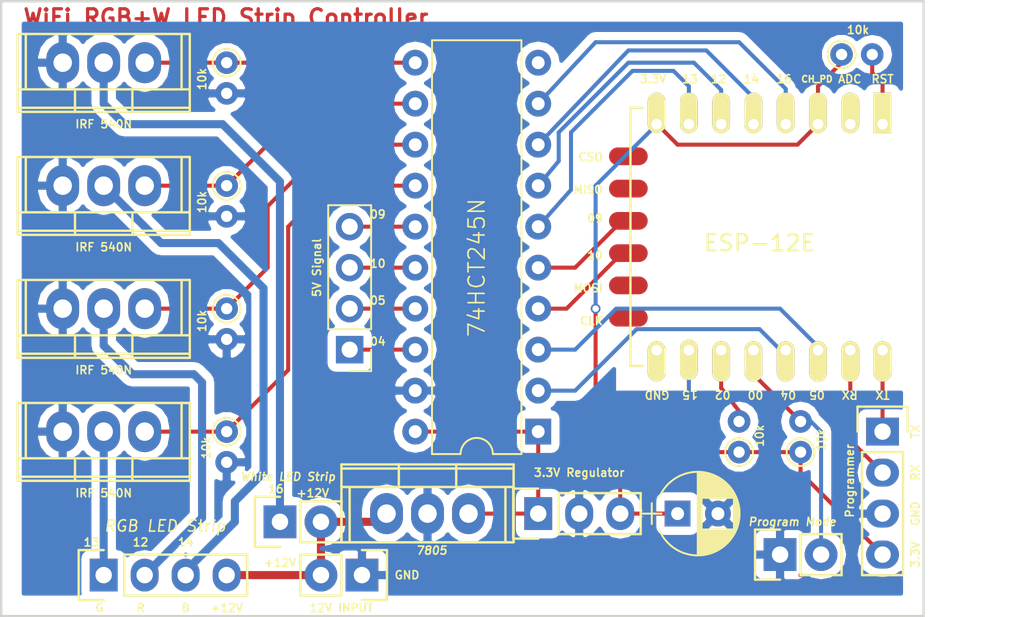
<source format=kicad_pcb>
(kicad_pcb (version 4) (host pcbnew 4.0.5)

  (general
    (links 58)
    (no_connects 0)
    (area 116.764999 74.854999 174.065001 113.105001)
    (thickness 1.6)
    (drawings 69)
    (tracks 131)
    (zones 0)
    (modules 22)
    (nets 37)
  )

  (page A4)
  (layers
    (0 F.Cu signal)
    (31 B.Cu signal)
    (32 B.Adhes user)
    (33 F.Adhes user)
    (34 B.Paste user hide)
    (35 F.Paste user hide)
    (36 B.SilkS user)
    (37 F.SilkS user)
    (38 B.Mask user)
    (39 F.Mask user)
    (40 Dwgs.User user hide)
    (41 Cmts.User user hide)
    (42 Eco1.User user hide)
    (43 Eco2.User user hide)
    (44 Edge.Cuts user)
    (45 Margin user hide)
    (46 B.CrtYd user hide)
    (47 F.CrtYd user hide)
    (48 B.Fab user hide)
    (49 F.Fab user hide)
  )

  (setup
    (last_trace_width 0.25)
    (trace_clearance 0.25)
    (zone_clearance 0.508)
    (zone_45_only no)
    (trace_min 0.2)
    (segment_width 0.2)
    (edge_width 0.15)
    (via_size 0.6)
    (via_drill 0.4)
    (via_min_size 0.4)
    (via_min_drill 0.3)
    (uvia_size 0.3)
    (uvia_drill 0.1)
    (uvias_allowed no)
    (uvia_min_size 0.2)
    (uvia_min_drill 0.1)
    (pcb_text_width 0.1)
    (pcb_text_size 0.5 0.5)
    (mod_edge_width 0.1)
    (mod_text_size 0.5 0.5)
    (mod_text_width 0.1)
    (pad_size 1.524 1.524)
    (pad_drill 0.762)
    (pad_to_mask_clearance 0.2)
    (aux_axis_origin 0 0)
    (visible_elements 7FFEFF7F)
    (pcbplotparams
      (layerselection 0x010f0_80000001)
      (usegerberextensions false)
      (excludeedgelayer true)
      (linewidth 0.100000)
      (plotframeref false)
      (viasonmask false)
      (mode 1)
      (useauxorigin false)
      (hpglpennumber 1)
      (hpglpenspeed 20)
      (hpglpendiameter 15)
      (hpglpenoverlay 2)
      (psnegative false)
      (psa4output false)
      (plotreference true)
      (plotvalue true)
      (plotinvisibletext false)
      (padsonsilk false)
      (subtractmaskfromsilk false)
      (outputformat 1)
      (mirror false)
      (drillshape 0)
      (scaleselection 1)
      (outputdirectory ""))
  )

  (net 0 "")
  (net 1 "Net-(P1-Pad1)")
  (net 2 GND)
  (net 3 "Net-(Q1-Pad1)")
  (net 4 "Net-(P2-Pad3)")
  (net 5 "Net-(Q2-Pad1)")
  (net 6 "Net-(P2-Pad2)")
  (net 7 "Net-(Q3-Pad1)")
  (net 8 "Net-(P2-Pad1)")
  (net 9 "Net-(Q4-Pad1)")
  (net 10 "Net-(.1-Pad1)")
  (net 11 "Net-(.1-Pad2)")
  (net 12 +3V3)
  (net 13 "Net-(.1-Pad4)")
  (net 14 "Net-(.1-Pad5)")
  (net 15 "Net-(.1-Pad6)")
  (net 16 "Net-(.1-Pad7)")
  (net 17 "Net-(.1-Pad9)")
  (net 18 "Net-(.1-Pad11)")
  (net 19 A0)
  (net 20 A1)
  (net 21 "Net-(.1-Pad15)")
  (net 22 "Net-(.1-Pad16)")
  (net 23 "Net-(.1-Pad17)")
  (net 24 "Net-(.1-Pad18)")
  (net 25 "Net-(.1-Pad21)")
  (net 26 "Net-(.1-Pad22)")
  (net 27 +5V)
  (net 28 "Net-(U1-Pad10)")
  (net 29 +12V)
  (net 30 B0)
  (net 31 B1)
  (net 32 "Net-(.1-Pad12)")
  (net 33 A2)
  (net 34 A3)
  (net 35 B2)
  (net 36 B3)

  (net_class Default "This is the default net class."
    (clearance 0.25)
    (trace_width 0.25)
    (via_dia 0.6)
    (via_drill 0.4)
    (uvia_dia 0.3)
    (uvia_drill 0.1)
    (add_net +3V3)
    (add_net +5V)
    (add_net A0)
    (add_net A1)
    (add_net A2)
    (add_net A3)
    (add_net B0)
    (add_net B1)
    (add_net B2)
    (add_net B3)
    (add_net GND)
    (add_net "Net-(.1-Pad11)")
    (add_net "Net-(.1-Pad12)")
    (add_net "Net-(.1-Pad15)")
    (add_net "Net-(.1-Pad16)")
    (add_net "Net-(.1-Pad17)")
    (add_net "Net-(.1-Pad18)")
    (add_net "Net-(.1-Pad2)")
    (add_net "Net-(.1-Pad21)")
    (add_net "Net-(.1-Pad22)")
    (add_net "Net-(.1-Pad4)")
    (add_net "Net-(.1-Pad5)")
    (add_net "Net-(.1-Pad6)")
    (add_net "Net-(.1-Pad7)")
    (add_net "Net-(.1-Pad9)")
    (add_net "Net-(Q1-Pad1)")
    (add_net "Net-(Q2-Pad1)")
    (add_net "Net-(Q3-Pad1)")
    (add_net "Net-(Q4-Pad1)")
    (add_net "Net-(U1-Pad10)")
  )

  (net_class "High Current" ""
    (clearance 0.25)
    (trace_width 0.5)
    (via_dia 0.6)
    (via_drill 0.4)
    (uvia_dia 0.3)
    (uvia_drill 0.1)
    (add_net +12V)
    (add_net "Net-(.1-Pad1)")
    (add_net "Net-(P1-Pad1)")
    (add_net "Net-(P2-Pad1)")
    (add_net "Net-(P2-Pad2)")
    (add_net "Net-(P2-Pad3)")
  )

  (module Capacitors_THT:CP_Radial_D5.0mm_P2.50mm (layer F.Cu) (tedit 589D2255) (tstamp 589CF0A1)
    (at 158.75 106.68)
    (descr "CP, Radial series, Radial, pin pitch=2.50mm, , diameter=5mm, Electrolytic Capacitor")
    (tags "CP Radial series Radial pin pitch 2.50mm  diameter 5mm Electrolytic Capacitor")
    (path /5883BA2D)
    (fp_text reference C1 (at -1.016 3.048) (layer F.SilkS) hide
      (effects (font (size 1 1) (thickness 0.15)))
    )
    (fp_text value CP (at 1.25 3.56) (layer F.Fab) hide
      (effects (font (size 1 1) (thickness 0.15)))
    )
    (fp_arc (start 1.25 0) (end -1.147436 -0.98) (angle 135.5) (layer F.SilkS) (width 0.12))
    (fp_arc (start 1.25 0) (end -1.147436 0.98) (angle -135.5) (layer F.SilkS) (width 0.12))
    (fp_arc (start 1.25 0) (end 3.647436 -0.98) (angle 44.5) (layer F.SilkS) (width 0.12))
    (fp_circle (center 1.25 0) (end 3.75 0) (layer F.Fab) (width 0.1))
    (fp_line (start -2.2 0) (end -1 0) (layer F.Fab) (width 0.1))
    (fp_line (start -1.6 -0.65) (end -1.6 0.65) (layer F.Fab) (width 0.1))
    (fp_line (start 1.25 -2.55) (end 1.25 2.55) (layer F.SilkS) (width 0.12))
    (fp_line (start 1.29 -2.55) (end 1.29 2.55) (layer F.SilkS) (width 0.12))
    (fp_line (start 1.33 -2.549) (end 1.33 2.549) (layer F.SilkS) (width 0.12))
    (fp_line (start 1.37 -2.548) (end 1.37 2.548) (layer F.SilkS) (width 0.12))
    (fp_line (start 1.41 -2.546) (end 1.41 2.546) (layer F.SilkS) (width 0.12))
    (fp_line (start 1.45 -2.543) (end 1.45 2.543) (layer F.SilkS) (width 0.12))
    (fp_line (start 1.49 -2.539) (end 1.49 2.539) (layer F.SilkS) (width 0.12))
    (fp_line (start 1.53 -2.535) (end 1.53 -0.98) (layer F.SilkS) (width 0.12))
    (fp_line (start 1.53 0.98) (end 1.53 2.535) (layer F.SilkS) (width 0.12))
    (fp_line (start 1.57 -2.531) (end 1.57 -0.98) (layer F.SilkS) (width 0.12))
    (fp_line (start 1.57 0.98) (end 1.57 2.531) (layer F.SilkS) (width 0.12))
    (fp_line (start 1.61 -2.525) (end 1.61 -0.98) (layer F.SilkS) (width 0.12))
    (fp_line (start 1.61 0.98) (end 1.61 2.525) (layer F.SilkS) (width 0.12))
    (fp_line (start 1.65 -2.519) (end 1.65 -0.98) (layer F.SilkS) (width 0.12))
    (fp_line (start 1.65 0.98) (end 1.65 2.519) (layer F.SilkS) (width 0.12))
    (fp_line (start 1.69 -2.513) (end 1.69 -0.98) (layer F.SilkS) (width 0.12))
    (fp_line (start 1.69 0.98) (end 1.69 2.513) (layer F.SilkS) (width 0.12))
    (fp_line (start 1.73 -2.506) (end 1.73 -0.98) (layer F.SilkS) (width 0.12))
    (fp_line (start 1.73 0.98) (end 1.73 2.506) (layer F.SilkS) (width 0.12))
    (fp_line (start 1.77 -2.498) (end 1.77 -0.98) (layer F.SilkS) (width 0.12))
    (fp_line (start 1.77 0.98) (end 1.77 2.498) (layer F.SilkS) (width 0.12))
    (fp_line (start 1.81 -2.489) (end 1.81 -0.98) (layer F.SilkS) (width 0.12))
    (fp_line (start 1.81 0.98) (end 1.81 2.489) (layer F.SilkS) (width 0.12))
    (fp_line (start 1.85 -2.48) (end 1.85 -0.98) (layer F.SilkS) (width 0.12))
    (fp_line (start 1.85 0.98) (end 1.85 2.48) (layer F.SilkS) (width 0.12))
    (fp_line (start 1.89 -2.47) (end 1.89 -0.98) (layer F.SilkS) (width 0.12))
    (fp_line (start 1.89 0.98) (end 1.89 2.47) (layer F.SilkS) (width 0.12))
    (fp_line (start 1.93 -2.46) (end 1.93 -0.98) (layer F.SilkS) (width 0.12))
    (fp_line (start 1.93 0.98) (end 1.93 2.46) (layer F.SilkS) (width 0.12))
    (fp_line (start 1.971 -2.448) (end 1.971 -0.98) (layer F.SilkS) (width 0.12))
    (fp_line (start 1.971 0.98) (end 1.971 2.448) (layer F.SilkS) (width 0.12))
    (fp_line (start 2.011 -2.436) (end 2.011 -0.98) (layer F.SilkS) (width 0.12))
    (fp_line (start 2.011 0.98) (end 2.011 2.436) (layer F.SilkS) (width 0.12))
    (fp_line (start 2.051 -2.424) (end 2.051 -0.98) (layer F.SilkS) (width 0.12))
    (fp_line (start 2.051 0.98) (end 2.051 2.424) (layer F.SilkS) (width 0.12))
    (fp_line (start 2.091 -2.41) (end 2.091 -0.98) (layer F.SilkS) (width 0.12))
    (fp_line (start 2.091 0.98) (end 2.091 2.41) (layer F.SilkS) (width 0.12))
    (fp_line (start 2.131 -2.396) (end 2.131 -0.98) (layer F.SilkS) (width 0.12))
    (fp_line (start 2.131 0.98) (end 2.131 2.396) (layer F.SilkS) (width 0.12))
    (fp_line (start 2.171 -2.382) (end 2.171 -0.98) (layer F.SilkS) (width 0.12))
    (fp_line (start 2.171 0.98) (end 2.171 2.382) (layer F.SilkS) (width 0.12))
    (fp_line (start 2.211 -2.366) (end 2.211 -0.98) (layer F.SilkS) (width 0.12))
    (fp_line (start 2.211 0.98) (end 2.211 2.366) (layer F.SilkS) (width 0.12))
    (fp_line (start 2.251 -2.35) (end 2.251 -0.98) (layer F.SilkS) (width 0.12))
    (fp_line (start 2.251 0.98) (end 2.251 2.35) (layer F.SilkS) (width 0.12))
    (fp_line (start 2.291 -2.333) (end 2.291 -0.98) (layer F.SilkS) (width 0.12))
    (fp_line (start 2.291 0.98) (end 2.291 2.333) (layer F.SilkS) (width 0.12))
    (fp_line (start 2.331 -2.315) (end 2.331 -0.98) (layer F.SilkS) (width 0.12))
    (fp_line (start 2.331 0.98) (end 2.331 2.315) (layer F.SilkS) (width 0.12))
    (fp_line (start 2.371 -2.296) (end 2.371 -0.98) (layer F.SilkS) (width 0.12))
    (fp_line (start 2.371 0.98) (end 2.371 2.296) (layer F.SilkS) (width 0.12))
    (fp_line (start 2.411 -2.276) (end 2.411 -0.98) (layer F.SilkS) (width 0.12))
    (fp_line (start 2.411 0.98) (end 2.411 2.276) (layer F.SilkS) (width 0.12))
    (fp_line (start 2.451 -2.256) (end 2.451 -0.98) (layer F.SilkS) (width 0.12))
    (fp_line (start 2.451 0.98) (end 2.451 2.256) (layer F.SilkS) (width 0.12))
    (fp_line (start 2.491 -2.234) (end 2.491 -0.98) (layer F.SilkS) (width 0.12))
    (fp_line (start 2.491 0.98) (end 2.491 2.234) (layer F.SilkS) (width 0.12))
    (fp_line (start 2.531 -2.212) (end 2.531 -0.98) (layer F.SilkS) (width 0.12))
    (fp_line (start 2.531 0.98) (end 2.531 2.212) (layer F.SilkS) (width 0.12))
    (fp_line (start 2.571 -2.189) (end 2.571 -0.98) (layer F.SilkS) (width 0.12))
    (fp_line (start 2.571 0.98) (end 2.571 2.189) (layer F.SilkS) (width 0.12))
    (fp_line (start 2.611 -2.165) (end 2.611 -0.98) (layer F.SilkS) (width 0.12))
    (fp_line (start 2.611 0.98) (end 2.611 2.165) (layer F.SilkS) (width 0.12))
    (fp_line (start 2.651 -2.14) (end 2.651 -0.98) (layer F.SilkS) (width 0.12))
    (fp_line (start 2.651 0.98) (end 2.651 2.14) (layer F.SilkS) (width 0.12))
    (fp_line (start 2.691 -2.113) (end 2.691 -0.98) (layer F.SilkS) (width 0.12))
    (fp_line (start 2.691 0.98) (end 2.691 2.113) (layer F.SilkS) (width 0.12))
    (fp_line (start 2.731 -2.086) (end 2.731 -0.98) (layer F.SilkS) (width 0.12))
    (fp_line (start 2.731 0.98) (end 2.731 2.086) (layer F.SilkS) (width 0.12))
    (fp_line (start 2.771 -2.058) (end 2.771 -0.98) (layer F.SilkS) (width 0.12))
    (fp_line (start 2.771 0.98) (end 2.771 2.058) (layer F.SilkS) (width 0.12))
    (fp_line (start 2.811 -2.028) (end 2.811 -0.98) (layer F.SilkS) (width 0.12))
    (fp_line (start 2.811 0.98) (end 2.811 2.028) (layer F.SilkS) (width 0.12))
    (fp_line (start 2.851 -1.997) (end 2.851 -0.98) (layer F.SilkS) (width 0.12))
    (fp_line (start 2.851 0.98) (end 2.851 1.997) (layer F.SilkS) (width 0.12))
    (fp_line (start 2.891 -1.965) (end 2.891 -0.98) (layer F.SilkS) (width 0.12))
    (fp_line (start 2.891 0.98) (end 2.891 1.965) (layer F.SilkS) (width 0.12))
    (fp_line (start 2.931 -1.932) (end 2.931 -0.98) (layer F.SilkS) (width 0.12))
    (fp_line (start 2.931 0.98) (end 2.931 1.932) (layer F.SilkS) (width 0.12))
    (fp_line (start 2.971 -1.897) (end 2.971 -0.98) (layer F.SilkS) (width 0.12))
    (fp_line (start 2.971 0.98) (end 2.971 1.897) (layer F.SilkS) (width 0.12))
    (fp_line (start 3.011 -1.861) (end 3.011 -0.98) (layer F.SilkS) (width 0.12))
    (fp_line (start 3.011 0.98) (end 3.011 1.861) (layer F.SilkS) (width 0.12))
    (fp_line (start 3.051 -1.823) (end 3.051 -0.98) (layer F.SilkS) (width 0.12))
    (fp_line (start 3.051 0.98) (end 3.051 1.823) (layer F.SilkS) (width 0.12))
    (fp_line (start 3.091 -1.783) (end 3.091 -0.98) (layer F.SilkS) (width 0.12))
    (fp_line (start 3.091 0.98) (end 3.091 1.783) (layer F.SilkS) (width 0.12))
    (fp_line (start 3.131 -1.742) (end 3.131 -0.98) (layer F.SilkS) (width 0.12))
    (fp_line (start 3.131 0.98) (end 3.131 1.742) (layer F.SilkS) (width 0.12))
    (fp_line (start 3.171 -1.699) (end 3.171 -0.98) (layer F.SilkS) (width 0.12))
    (fp_line (start 3.171 0.98) (end 3.171 1.699) (layer F.SilkS) (width 0.12))
    (fp_line (start 3.211 -1.654) (end 3.211 -0.98) (layer F.SilkS) (width 0.12))
    (fp_line (start 3.211 0.98) (end 3.211 1.654) (layer F.SilkS) (width 0.12))
    (fp_line (start 3.251 -1.606) (end 3.251 -0.98) (layer F.SilkS) (width 0.12))
    (fp_line (start 3.251 0.98) (end 3.251 1.606) (layer F.SilkS) (width 0.12))
    (fp_line (start 3.291 -1.556) (end 3.291 -0.98) (layer F.SilkS) (width 0.12))
    (fp_line (start 3.291 0.98) (end 3.291 1.556) (layer F.SilkS) (width 0.12))
    (fp_line (start 3.331 -1.504) (end 3.331 -0.98) (layer F.SilkS) (width 0.12))
    (fp_line (start 3.331 0.98) (end 3.331 1.504) (layer F.SilkS) (width 0.12))
    (fp_line (start 3.371 -1.448) (end 3.371 -0.98) (layer F.SilkS) (width 0.12))
    (fp_line (start 3.371 0.98) (end 3.371 1.448) (layer F.SilkS) (width 0.12))
    (fp_line (start 3.411 -1.39) (end 3.411 -0.98) (layer F.SilkS) (width 0.12))
    (fp_line (start 3.411 0.98) (end 3.411 1.39) (layer F.SilkS) (width 0.12))
    (fp_line (start 3.451 -1.327) (end 3.451 -0.98) (layer F.SilkS) (width 0.12))
    (fp_line (start 3.451 0.98) (end 3.451 1.327) (layer F.SilkS) (width 0.12))
    (fp_line (start 3.491 -1.261) (end 3.491 1.261) (layer F.SilkS) (width 0.12))
    (fp_line (start 3.531 -1.189) (end 3.531 1.189) (layer F.SilkS) (width 0.12))
    (fp_line (start 3.571 -1.112) (end 3.571 1.112) (layer F.SilkS) (width 0.12))
    (fp_line (start 3.611 -1.028) (end 3.611 1.028) (layer F.SilkS) (width 0.12))
    (fp_line (start 3.651 -0.934) (end 3.651 0.934) (layer F.SilkS) (width 0.12))
    (fp_line (start 3.691 -0.829) (end 3.691 0.829) (layer F.SilkS) (width 0.12))
    (fp_line (start 3.731 -0.707) (end 3.731 0.707) (layer F.SilkS) (width 0.12))
    (fp_line (start 3.771 -0.559) (end 3.771 0.559) (layer F.SilkS) (width 0.12))
    (fp_line (start 3.811 -0.354) (end 3.811 0.354) (layer F.SilkS) (width 0.12))
    (fp_line (start -2.2 0) (end -1 0) (layer F.SilkS) (width 0.12))
    (fp_line (start -1.6 -0.65) (end -1.6 0.65) (layer F.SilkS) (width 0.12))
    (fp_line (start -1.6 -2.85) (end -1.6 2.85) (layer F.CrtYd) (width 0.05))
    (fp_line (start -1.6 2.85) (end 4.1 2.85) (layer F.CrtYd) (width 0.05))
    (fp_line (start 4.1 2.85) (end 4.1 -2.85) (layer F.CrtYd) (width 0.05))
    (fp_line (start 4.1 -2.85) (end -1.6 -2.85) (layer F.CrtYd) (width 0.05))
    (pad 1 thru_hole rect (at 0 0) (size 1.6 1.6) (drill 0.8) (layers *.Cu *.Mask)
      (net 12 +3V3))
    (pad 2 thru_hole circle (at 2.5 0) (size 1.6 1.6) (drill 0.8) (layers *.Cu *.Mask)
      (net 2 GND))
    (model Capacitors_ThroughHole.3dshapes/CP_Radial_D5.0mm_P2.50mm.wrl
      (at (xyz 0 0 0))
      (scale (xyz 0.393701 0.393701 0.393701))
      (rotate (xyz 0 0 0))
    )
  )

  (module ESP8266:ESP-12E (layer F.Cu) (tedit 589D1B86) (tstamp 5883B625)
    (at 171.45 82.55 270)
    (descr "Module, ESP-8266, ESP-12, 16 pad, SMD")
    (tags "Module ESP-8266 ESP8266")
    (path /5882C080)
    (fp_text reference .1 (at -2.54 -6.35 270) (layer F.SilkS) hide
      (effects (font (size 1 1) (thickness 0.15)))
    )
    (fp_text value ESP-12E (at 8 1 270) (layer F.Fab)
      (effects (font (size 1 1) (thickness 0.15)))
    )
    (fp_line (start -2.25 -0.5) (end -2.25 -8.75) (layer F.CrtYd) (width 0.05))
    (fp_line (start -2.25 -8.75) (end 15.25 -8.75) (layer F.CrtYd) (width 0.05))
    (fp_line (start 15.25 -8.75) (end 16.25 -8.75) (layer F.CrtYd) (width 0.05))
    (fp_line (start 16.25 -8.75) (end 16.25 16) (layer F.CrtYd) (width 0.05))
    (fp_line (start 16.25 16) (end -2.25 16) (layer F.CrtYd) (width 0.05))
    (fp_line (start -2.25 16) (end -2.25 -0.5) (layer F.CrtYd) (width 0.05))
    (fp_line (start -1.016 -8.382) (end 14.986 -8.382) (layer F.CrtYd) (width 0.1524))
    (fp_line (start 14.986 -8.382) (end 14.986 -0.889) (layer F.CrtYd) (width 0.1524))
    (fp_line (start -1.016 -8.382) (end -1.016 -1.016) (layer F.CrtYd) (width 0.1524))
    (fp_line (start -1.016 14.859) (end -1.016 15.621) (layer F.SilkS) (width 0.1524))
    (fp_line (start -1.016 15.621) (end 14.986 15.621) (layer F.SilkS) (width 0.1524))
    (fp_line (start 14.986 15.621) (end 14.986 14.859) (layer F.SilkS) (width 0.1524))
    (fp_line (start 14.992 -8.4) (end -1.008 -2.6) (layer F.CrtYd) (width 0.1524))
    (fp_line (start -1.008 -8.4) (end 14.992 -2.6) (layer F.CrtYd) (width 0.1524))
    (fp_text user "No Copper" (at 6.892 -5.4 270) (layer F.CrtYd)
      (effects (font (size 1 1) (thickness 0.15)))
    )
    (fp_line (start -1.008 -2.6) (end 14.992 -2.6) (layer F.CrtYd) (width 0.1524))
    (fp_line (start 15 -8.4) (end 15 15.6) (layer F.Fab) (width 0.05))
    (fp_line (start 14.992 15.6) (end -1.008 15.6) (layer F.Fab) (width 0.05))
    (fp_line (start -1.008 15.6) (end -1.008 -8.4) (layer F.Fab) (width 0.05))
    (fp_line (start -1.008 -8.4) (end 14.992 -8.4) (layer F.Fab) (width 0.05))
    (pad 1 thru_hole rect (at 0 0 270) (size 2.5 1.1) (drill 0.65 (offset -0.7 0)) (layers *.Cu *.Mask F.SilkS)
      (net 10 "Net-(.1-Pad1)"))
    (pad 2 thru_hole oval (at 0 2 270) (size 2.5 1.1) (drill 0.65 (offset -0.7 0)) (layers *.Cu *.Mask F.SilkS)
      (net 11 "Net-(.1-Pad2)"))
    (pad 3 thru_hole oval (at 0 4 270) (size 2.5 1.1) (drill 0.65 (offset -0.7 0)) (layers *.Cu *.Mask F.SilkS)
      (net 12 +3V3))
    (pad 4 thru_hole oval (at 0 6 270) (size 2.5 1.1) (drill 0.65 (offset -0.7 0)) (layers *.Cu *.Mask F.SilkS)
      (net 13 "Net-(.1-Pad4)"))
    (pad 5 thru_hole oval (at 0 8 270) (size 2.5 1.1) (drill 0.65 (offset -0.7 0)) (layers *.Cu *.Mask F.SilkS)
      (net 14 "Net-(.1-Pad5)"))
    (pad 6 thru_hole oval (at 0 10 270) (size 2.5 1.1) (drill 0.65 (offset -0.7 0)) (layers *.Cu *.Mask F.SilkS)
      (net 15 "Net-(.1-Pad6)"))
    (pad 7 thru_hole oval (at 0 12 270) (size 2.5 1.1) (drill 0.65 (offset -0.7 0)) (layers *.Cu *.Mask F.SilkS)
      (net 16 "Net-(.1-Pad7)"))
    (pad 8 thru_hole oval (at 0 14 270) (size 2.5 1.1) (drill 0.65 (offset -0.7 0)) (layers *.Cu *.Mask F.SilkS)
      (net 12 +3V3))
    (pad 9 thru_hole oval (at 14 14 270) (size 2.5 1.1) (drill 0.65 (offset 0.7 0)) (layers *.Cu *.Mask F.SilkS)
      (net 17 "Net-(.1-Pad9)"))
    (pad 10 thru_hole oval (at 14 12 270) (size 2.5 1.1) (drill 0.65 (offset 0.6 0)) (layers *.Cu *.Mask F.SilkS)
      (net 2 GND))
    (pad 11 thru_hole oval (at 14 10 270) (size 2.5 1.1) (drill 0.65 (offset 0.7 0)) (layers *.Cu *.Mask F.SilkS)
      (net 18 "Net-(.1-Pad11)"))
    (pad 12 thru_hole oval (at 14 8 270) (size 2.5 1.1) (drill 0.65 (offset 0.7 0)) (layers *.Cu *.Mask F.SilkS)
      (net 32 "Net-(.1-Pad12)"))
    (pad 13 thru_hole oval (at 14 6 270) (size 2.5 1.1) (drill 0.65 (offset 0.7 0)) (layers *.Cu *.Mask F.SilkS)
      (net 19 A0))
    (pad 14 thru_hole oval (at 14 4 270) (size 2.5 1.1) (drill 0.65 (offset 0.7 0)) (layers *.Cu *.Mask F.SilkS)
      (net 20 A1))
    (pad 15 thru_hole oval (at 14 2 270) (size 2.5 1.1) (drill 0.65 (offset 0.7 0)) (layers *.Cu *.Mask F.SilkS)
      (net 21 "Net-(.1-Pad15)"))
    (pad 16 thru_hole oval (at 14 0 270) (size 2.5 1.1) (drill 0.65 (offset 0.7 0)) (layers *.Cu *.Mask F.SilkS)
      (net 22 "Net-(.1-Pad16)"))
    (pad 17 smd oval (at 1.99 15.75) (size 2.4 1.1) (layers F.Cu F.Paste F.Mask)
      (net 23 "Net-(.1-Pad17)"))
    (pad 18 smd oval (at 3.99 15.75) (size 2.4 1.1) (layers F.Cu F.Paste F.Mask)
      (net 24 "Net-(.1-Pad18)"))
    (pad 19 smd oval (at 5.99 15.75) (size 2.4 1.1) (layers F.Cu F.Paste F.Mask)
      (net 34 A3))
    (pad 20 smd oval (at 7.99 15.75) (size 2.4 1.1) (layers F.Cu F.Paste F.Mask)
      (net 33 A2))
    (pad 21 smd oval (at 9.99 15.75) (size 2.4 1.1) (layers F.Cu F.Paste F.Mask)
      (net 25 "Net-(.1-Pad21)"))
    (pad 22 smd oval (at 11.99 15.75) (size 2.4 1.1) (layers F.Cu F.Paste F.Mask)
      (net 26 "Net-(.1-Pad22)"))
    (model ${ESPLIB}/ESP8266.3dshapes/ESP-12.wrl
      (at (xyz 0 0 0))
      (scale (xyz 0.3937 0.3937 0.3937))
      (rotate (xyz 0 0 0))
    )
  )

  (module Power_Integrations:TO-220 (layer F.Cu) (tedit 589D1947) (tstamp 5883A708)
    (at 123.19 93.98 180)
    (descr "Non Isolated JEDEC TO-220 Package")
    (tags "Power Integration YN Package")
    (path /58839809)
    (fp_text reference Q3 (at 0 -4.318 180) (layer F.SilkS) hide
      (effects (font (size 1 1) (thickness 0.15)))
    )
    (fp_text value IRF540N (at 0 -4.318 180) (layer F.Fab)
      (effects (font (size 0.5 0.5) (thickness 0.1)))
    )
    (fp_line (start 4.826 -1.651) (end 4.826 1.778) (layer F.SilkS) (width 0.15))
    (fp_line (start -4.826 -1.651) (end -4.826 1.778) (layer F.SilkS) (width 0.15))
    (fp_line (start 5.334 -2.794) (end -5.334 -2.794) (layer F.SilkS) (width 0.15))
    (fp_line (start 1.778 -1.778) (end 1.778 -3.048) (layer F.SilkS) (width 0.15))
    (fp_line (start -1.778 -1.778) (end -1.778 -3.048) (layer F.SilkS) (width 0.15))
    (fp_line (start -5.334 -1.651) (end 5.334 -1.651) (layer F.SilkS) (width 0.15))
    (fp_line (start 5.334 1.778) (end -5.334 1.778) (layer F.SilkS) (width 0.15))
    (fp_line (start -5.334 -3.048) (end -5.334 1.778) (layer F.SilkS) (width 0.15))
    (fp_line (start 5.334 -3.048) (end 5.334 1.778) (layer F.SilkS) (width 0.15))
    (fp_line (start 5.334 -3.048) (end -5.334 -3.048) (layer F.SilkS) (width 0.15))
    (pad 2 thru_hole oval (at 0 0 180) (size 2.032 2.54) (drill 1.143) (layers *.Cu *.Mask)
      (net 6 "Net-(P2-Pad2)"))
    (pad 3 thru_hole oval (at 2.54 0 180) (size 2.032 2.54) (drill 1.143) (layers *.Cu *.Mask)
      (net 2 GND))
    (pad 1 thru_hole oval (at -2.54 0 180) (size 2.032 2.54) (drill 1.143) (layers *.Cu *.Mask)
      (net 7 "Net-(Q3-Pad1)"))
  )

  (module Power_Integrations:TO-220 (layer F.Cu) (tedit 589D1907) (tstamp 5883A6E6)
    (at 123.19 78.74 180)
    (descr "Non Isolated JEDEC TO-220 Package")
    (tags "Power Integration YN Package")
    (path /58839948)
    (fp_text reference Q1 (at 0 -4.318 180) (layer F.SilkS) hide
      (effects (font (size 1 1) (thickness 0.15)))
    )
    (fp_text value IRF540N (at 0 -4.318 180) (layer F.Fab)
      (effects (font (size 0.5 0.5) (thickness 0.1)))
    )
    (fp_line (start 4.826 -1.651) (end 4.826 1.778) (layer F.SilkS) (width 0.15))
    (fp_line (start -4.826 -1.651) (end -4.826 1.778) (layer F.SilkS) (width 0.15))
    (fp_line (start 5.334 -2.794) (end -5.334 -2.794) (layer F.SilkS) (width 0.15))
    (fp_line (start 1.778 -1.778) (end 1.778 -3.048) (layer F.SilkS) (width 0.15))
    (fp_line (start -1.778 -1.778) (end -1.778 -3.048) (layer F.SilkS) (width 0.15))
    (fp_line (start -5.334 -1.651) (end 5.334 -1.651) (layer F.SilkS) (width 0.15))
    (fp_line (start 5.334 1.778) (end -5.334 1.778) (layer F.SilkS) (width 0.15))
    (fp_line (start -5.334 -3.048) (end -5.334 1.778) (layer F.SilkS) (width 0.15))
    (fp_line (start 5.334 -3.048) (end 5.334 1.778) (layer F.SilkS) (width 0.15))
    (fp_line (start 5.334 -3.048) (end -5.334 -3.048) (layer F.SilkS) (width 0.15))
    (pad 2 thru_hole oval (at 0 0 180) (size 2.032 2.54) (drill 1.143) (layers *.Cu *.Mask)
      (net 1 "Net-(P1-Pad1)"))
    (pad 3 thru_hole oval (at 2.54 0 180) (size 2.032 2.54) (drill 1.143) (layers *.Cu *.Mask)
      (net 2 GND))
    (pad 1 thru_hole oval (at -2.54 0 180) (size 2.032 2.54) (drill 1.143) (layers *.Cu *.Mask)
      (net 3 "Net-(Q1-Pad1)"))
  )

  (module Power_Integrations:TO-220 (layer F.Cu) (tedit 589D1A25) (tstamp 5883A719)
    (at 123.19 101.6 180)
    (descr "Non Isolated JEDEC TO-220 Package")
    (tags "Power Integration YN Package")
    (path /58839A15)
    (fp_text reference Q4 (at 0 -4.318 180) (layer F.SilkS) hide
      (effects (font (size 1 1) (thickness 0.15)))
    )
    (fp_text value IRF540N (at 0 -4.318 180) (layer F.Fab)
      (effects (font (size 0.5 0.5) (thickness 0.1)))
    )
    (fp_line (start 4.826 -1.651) (end 4.826 1.778) (layer F.SilkS) (width 0.15))
    (fp_line (start -4.826 -1.651) (end -4.826 1.778) (layer F.SilkS) (width 0.15))
    (fp_line (start 5.334 -2.794) (end -5.334 -2.794) (layer F.SilkS) (width 0.15))
    (fp_line (start 1.778 -1.778) (end 1.778 -3.048) (layer F.SilkS) (width 0.15))
    (fp_line (start -1.778 -1.778) (end -1.778 -3.048) (layer F.SilkS) (width 0.15))
    (fp_line (start -5.334 -1.651) (end 5.334 -1.651) (layer F.SilkS) (width 0.15))
    (fp_line (start 5.334 1.778) (end -5.334 1.778) (layer F.SilkS) (width 0.15))
    (fp_line (start -5.334 -3.048) (end -5.334 1.778) (layer F.SilkS) (width 0.15))
    (fp_line (start 5.334 -3.048) (end 5.334 1.778) (layer F.SilkS) (width 0.15))
    (fp_line (start 5.334 -3.048) (end -5.334 -3.048) (layer F.SilkS) (width 0.15))
    (pad 2 thru_hole oval (at 0 0 180) (size 2.032 2.54) (drill 1.143) (layers *.Cu *.Mask)
      (net 8 "Net-(P2-Pad1)"))
    (pad 3 thru_hole oval (at 2.54 0 180) (size 2.032 2.54) (drill 1.143) (layers *.Cu *.Mask)
      (net 2 GND))
    (pad 1 thru_hole oval (at -2.54 0 180) (size 2.032 2.54) (drill 1.143) (layers *.Cu *.Mask)
      (net 9 "Net-(Q4-Pad1)"))
  )

  (module Socket_Strips:Socket_Strip_Straight_1x04_Pitch2.54mm (layer F.Cu) (tedit 589D2061) (tstamp 589CEC7C)
    (at 138.43 96.52 180)
    (descr "Through hole straight socket strip, 1x04, 2.54mm pitch, single row")
    (tags "Through hole socket strip THT 1x04 2.54mm single row")
    (path /589CF444)
    (fp_text reference P7 (at 0 -2.33 180) (layer F.SilkS) hide
      (effects (font (size 1 1) (thickness 0.15)))
    )
    (fp_text value "5V Signal" (at 2.032 5.08 270) (layer F.Fab)
      (effects (font (size 0.5 0.5) (thickness 0.1) italic))
    )
    (fp_line (start -1.27 -1.27) (end -1.27 8.89) (layer F.Fab) (width 0.1))
    (fp_line (start -1.27 8.89) (end 1.27 8.89) (layer F.Fab) (width 0.1))
    (fp_line (start 1.27 8.89) (end 1.27 -1.27) (layer F.Fab) (width 0.1))
    (fp_line (start 1.27 -1.27) (end -1.27 -1.27) (layer F.Fab) (width 0.1))
    (fp_line (start -1.33 1.27) (end -1.33 8.95) (layer F.SilkS) (width 0.12))
    (fp_line (start -1.33 8.95) (end 1.33 8.95) (layer F.SilkS) (width 0.12))
    (fp_line (start 1.33 8.95) (end 1.33 1.27) (layer F.SilkS) (width 0.12))
    (fp_line (start 1.33 1.27) (end -1.33 1.27) (layer F.SilkS) (width 0.12))
    (fp_line (start -1.33 0) (end -1.33 -1.33) (layer F.SilkS) (width 0.12))
    (fp_line (start -1.33 -1.33) (end 0 -1.33) (layer F.SilkS) (width 0.12))
    (fp_line (start -1.55 -1.55) (end -1.55 9.15) (layer F.CrtYd) (width 0.05))
    (fp_line (start -1.55 9.15) (end 1.55 9.15) (layer F.CrtYd) (width 0.05))
    (fp_line (start 1.55 9.15) (end 1.55 -1.55) (layer F.CrtYd) (width 0.05))
    (fp_line (start 1.55 -1.55) (end -1.55 -1.55) (layer F.CrtYd) (width 0.05))
    (pad 1 thru_hole rect (at 0 0 180) (size 1.7 1.7) (drill 1) (layers *.Cu *.Mask)
      (net 30 B0))
    (pad 2 thru_hole oval (at 0 2.54 180) (size 1.7 1.7) (drill 1) (layers *.Cu *.Mask)
      (net 31 B1))
    (pad 3 thru_hole oval (at 0 5.08 180) (size 1.7 1.7) (drill 1) (layers *.Cu *.Mask)
      (net 35 B2))
    (pad 4 thru_hole oval (at 0 7.62 180) (size 1.7 1.7) (drill 1) (layers *.Cu *.Mask)
      (net 36 B3))
    (model Socket_Strips.3dshapes/Socket_Strip_Straight_1x04_Pitch2.54mm.wrl
      (at (xyz 0 -0.15 0))
      (scale (xyz 1 1 1))
      (rotate (xyz 0 0 270))
    )
  )

  (module Resistors_THT:R_Axial_DIN0204_L3.6mm_D1.6mm_P1.90mm_Vertical (layer F.Cu) (tedit 589D1A71) (tstamp 588FD198)
    (at 130.81 101.6 270)
    (descr "Resistor, Axial_DIN0204 series, Axial, Vertical, pin pitch=1.9mm, 0.16666666666666666W = 1/6W, length*diameter=3.6*1.6mm^2, http://cdn-reichelt.de/documents/datenblatt/B400/1_4W%23YAG.pdf")
    (tags "Resistor Axial_DIN0204 series Axial Vertical pin pitch 1.9mm 0.16666666666666666W = 1/6W length 3.6mm diameter 1.6mm")
    (path /588FD829)
    (fp_text reference R6 (at 0.95 -1.86 270) (layer F.SilkS) hide
      (effects (font (size 1 1) (thickness 0.15)))
    )
    (fp_text value 10k (at 0.95 1.86 270) (layer F.Fab)
      (effects (font (size 0.5 0.5) (thickness 0.1)))
    )
    (fp_circle (center 0 0) (end 0.8 0) (layer F.Fab) (width 0.1))
    (fp_circle (center 0 0) (end 0.86 0) (layer F.SilkS) (width 0.12))
    (fp_line (start 0 0) (end 1.9 0) (layer F.Fab) (width 0.1))
    (fp_line (start 0.86 0) (end 0.9 0) (layer F.SilkS) (width 0.12))
    (fp_line (start -1.15 -1.15) (end -1.15 1.15) (layer F.CrtYd) (width 0.05))
    (fp_line (start -1.15 1.15) (end 2.95 1.15) (layer F.CrtYd) (width 0.05))
    (fp_line (start 2.95 1.15) (end 2.95 -1.15) (layer F.CrtYd) (width 0.05))
    (fp_line (start 2.95 -1.15) (end -1.15 -1.15) (layer F.CrtYd) (width 0.05))
    (pad 1 thru_hole circle (at 0 0 270) (size 1.4 1.4) (drill 0.7) (layers *.Cu *.Mask)
      (net 9 "Net-(Q4-Pad1)"))
    (pad 2 thru_hole oval (at 1.9 0 270) (size 1.4 1.4) (drill 0.7) (layers *.Cu *.Mask)
      (net 2 GND))
    (model Resistors_ThroughHole.3dshapes/R_Axial_DIN0204_L3.6mm_D1.6mm_P1.90mm_Vertical.wrl
      (at (xyz 0 0 0))
      (scale (xyz 0.393701 0.393701 0.393701))
      (rotate (xyz 0 0 0))
    )
  )

  (module Resistors_THT:R_Axial_DIN0204_L3.6mm_D1.6mm_P1.90mm_Vertical (layer F.Cu) (tedit 589D1A62) (tstamp 588FD192)
    (at 130.81 93.98 270)
    (descr "Resistor, Axial_DIN0204 series, Axial, Vertical, pin pitch=1.9mm, 0.16666666666666666W = 1/6W, length*diameter=3.6*1.6mm^2, http://cdn-reichelt.de/documents/datenblatt/B400/1_4W%23YAG.pdf")
    (tags "Resistor Axial_DIN0204 series Axial Vertical pin pitch 1.9mm 0.16666666666666666W = 1/6W length 3.6mm diameter 1.6mm")
    (path /588FD7B1)
    (fp_text reference R5 (at 0.95 -1.86 270) (layer F.SilkS) hide
      (effects (font (size 1 1) (thickness 0.15)))
    )
    (fp_text value 10k (at 0.95 1.86 270) (layer F.Fab)
      (effects (font (size 0.5 0.5) (thickness 0.1)))
    )
    (fp_circle (center 0 0) (end 0.8 0) (layer F.Fab) (width 0.1))
    (fp_circle (center 0 0) (end 0.86 0) (layer F.SilkS) (width 0.12))
    (fp_line (start 0 0) (end 1.9 0) (layer F.Fab) (width 0.1))
    (fp_line (start 0.86 0) (end 0.9 0) (layer F.SilkS) (width 0.12))
    (fp_line (start -1.15 -1.15) (end -1.15 1.15) (layer F.CrtYd) (width 0.05))
    (fp_line (start -1.15 1.15) (end 2.95 1.15) (layer F.CrtYd) (width 0.05))
    (fp_line (start 2.95 1.15) (end 2.95 -1.15) (layer F.CrtYd) (width 0.05))
    (fp_line (start 2.95 -1.15) (end -1.15 -1.15) (layer F.CrtYd) (width 0.05))
    (pad 1 thru_hole circle (at 0 0 270) (size 1.4 1.4) (drill 0.7) (layers *.Cu *.Mask)
      (net 7 "Net-(Q3-Pad1)"))
    (pad 2 thru_hole oval (at 1.9 0 270) (size 1.4 1.4) (drill 0.7) (layers *.Cu *.Mask)
      (net 2 GND))
    (model Resistors_ThroughHole.3dshapes/R_Axial_DIN0204_L3.6mm_D1.6mm_P1.90mm_Vertical.wrl
      (at (xyz 0 0 0))
      (scale (xyz 0.393701 0.393701 0.393701))
      (rotate (xyz 0 0 0))
    )
  )

  (module Resistors_THT:R_Axial_DIN0204_L3.6mm_D1.6mm_P1.90mm_Vertical (layer F.Cu) (tedit 589D1A53) (tstamp 588FD18C)
    (at 130.81 86.36 270)
    (descr "Resistor, Axial_DIN0204 series, Axial, Vertical, pin pitch=1.9mm, 0.16666666666666666W = 1/6W, length*diameter=3.6*1.6mm^2, http://cdn-reichelt.de/documents/datenblatt/B400/1_4W%23YAG.pdf")
    (tags "Resistor Axial_DIN0204 series Axial Vertical pin pitch 1.9mm 0.16666666666666666W = 1/6W length 3.6mm diameter 1.6mm")
    (path /588FD74E)
    (fp_text reference R4 (at 0.95 -1.86 270) (layer F.SilkS) hide
      (effects (font (size 1 1) (thickness 0.15)))
    )
    (fp_text value 10k (at 0.95 1.86 270) (layer F.Fab)
      (effects (font (size 0.5 0.5) (thickness 0.1)))
    )
    (fp_circle (center 0 0) (end 0.8 0) (layer F.Fab) (width 0.1))
    (fp_circle (center 0 0) (end 0.86 0) (layer F.SilkS) (width 0.12))
    (fp_line (start 0 0) (end 1.9 0) (layer F.Fab) (width 0.1))
    (fp_line (start 0.86 0) (end 0.9 0) (layer F.SilkS) (width 0.12))
    (fp_line (start -1.15 -1.15) (end -1.15 1.15) (layer F.CrtYd) (width 0.05))
    (fp_line (start -1.15 1.15) (end 2.95 1.15) (layer F.CrtYd) (width 0.05))
    (fp_line (start 2.95 1.15) (end 2.95 -1.15) (layer F.CrtYd) (width 0.05))
    (fp_line (start 2.95 -1.15) (end -1.15 -1.15) (layer F.CrtYd) (width 0.05))
    (pad 1 thru_hole circle (at 0 0 270) (size 1.4 1.4) (drill 0.7) (layers *.Cu *.Mask)
      (net 5 "Net-(Q2-Pad1)"))
    (pad 2 thru_hole oval (at 1.9 0 270) (size 1.4 1.4) (drill 0.7) (layers *.Cu *.Mask)
      (net 2 GND))
    (model Resistors_ThroughHole.3dshapes/R_Axial_DIN0204_L3.6mm_D1.6mm_P1.90mm_Vertical.wrl
      (at (xyz 0 0 0))
      (scale (xyz 0.393701 0.393701 0.393701))
      (rotate (xyz 0 0 0))
    )
  )

  (module Resistors_THT:R_Axial_DIN0204_L3.6mm_D1.6mm_P1.90mm_Vertical (layer F.Cu) (tedit 589D1A41) (tstamp 588FD186)
    (at 130.81 78.74 270)
    (descr "Resistor, Axial_DIN0204 series, Axial, Vertical, pin pitch=1.9mm, 0.16666666666666666W = 1/6W, length*diameter=3.6*1.6mm^2, http://cdn-reichelt.de/documents/datenblatt/B400/1_4W%23YAG.pdf")
    (tags "Resistor Axial_DIN0204 series Axial Vertical pin pitch 1.9mm 0.16666666666666666W = 1/6W length 3.6mm diameter 1.6mm")
    (path /588FD33F)
    (fp_text reference R3 (at 0.95 -1.86 270) (layer F.SilkS) hide
      (effects (font (size 1 1) (thickness 0.15)))
    )
    (fp_text value 10k (at 0.95 1.86 270) (layer F.Fab)
      (effects (font (size 0.5 0.5) (thickness 0.1)))
    )
    (fp_circle (center 0 0) (end 0.8 0) (layer F.Fab) (width 0.1))
    (fp_circle (center 0 0) (end 0.86 0) (layer F.SilkS) (width 0.12))
    (fp_line (start 0 0) (end 1.9 0) (layer F.Fab) (width 0.1))
    (fp_line (start 0.86 0) (end 0.9 0) (layer F.SilkS) (width 0.12))
    (fp_line (start -1.15 -1.15) (end -1.15 1.15) (layer F.CrtYd) (width 0.05))
    (fp_line (start -1.15 1.15) (end 2.95 1.15) (layer F.CrtYd) (width 0.05))
    (fp_line (start 2.95 1.15) (end 2.95 -1.15) (layer F.CrtYd) (width 0.05))
    (fp_line (start 2.95 -1.15) (end -1.15 -1.15) (layer F.CrtYd) (width 0.05))
    (pad 1 thru_hole circle (at 0 0 270) (size 1.4 1.4) (drill 0.7) (layers *.Cu *.Mask)
      (net 3 "Net-(Q1-Pad1)"))
    (pad 2 thru_hole oval (at 1.9 0 270) (size 1.4 1.4) (drill 0.7) (layers *.Cu *.Mask)
      (net 2 GND))
    (model Resistors_ThroughHole.3dshapes/R_Axial_DIN0204_L3.6mm_D1.6mm_P1.90mm_Vertical.wrl
      (at (xyz 0 0 0))
      (scale (xyz 0.393701 0.393701 0.393701))
      (rotate (xyz 0 0 0))
    )
  )

  (module Socket_Strips:Socket_Strip_Straight_1x04 (layer F.Cu) (tedit 589D2077) (tstamp 58840D7A)
    (at 171.45 101.6 270)
    (descr "Through hole socket strip")
    (tags "socket strip")
    (path /5883B2F9)
    (fp_text reference P4 (at 0 -5.1 270) (layer F.SilkS) hide
      (effects (font (size 1 1) (thickness 0.15)))
    )
    (fp_text value Programmer (at 3.048 2.032 270) (layer F.Fab)
      (effects (font (size 0.5 0.5) (thickness 0.1) italic))
    )
    (fp_line (start -1.75 -1.75) (end -1.75 1.75) (layer F.CrtYd) (width 0.05))
    (fp_line (start 9.4 -1.75) (end 9.4 1.75) (layer F.CrtYd) (width 0.05))
    (fp_line (start -1.75 -1.75) (end 9.4 -1.75) (layer F.CrtYd) (width 0.05))
    (fp_line (start -1.75 1.75) (end 9.4 1.75) (layer F.CrtYd) (width 0.05))
    (fp_line (start 1.27 -1.27) (end 8.89 -1.27) (layer F.SilkS) (width 0.15))
    (fp_line (start 1.27 1.27) (end 8.89 1.27) (layer F.SilkS) (width 0.15))
    (fp_line (start -1.55 1.55) (end 0 1.55) (layer F.SilkS) (width 0.15))
    (fp_line (start 8.89 -1.27) (end 8.89 1.27) (layer F.SilkS) (width 0.15))
    (fp_line (start 1.27 1.27) (end 1.27 -1.27) (layer F.SilkS) (width 0.15))
    (fp_line (start 0 -1.55) (end -1.55 -1.55) (layer F.SilkS) (width 0.15))
    (fp_line (start -1.55 -1.55) (end -1.55 1.55) (layer F.SilkS) (width 0.15))
    (pad 1 thru_hole rect (at 0 0 270) (size 1.7272 2.032) (drill 1.016) (layers *.Cu *.Mask)
      (net 22 "Net-(.1-Pad16)"))
    (pad 2 thru_hole oval (at 2.54 0 270) (size 1.7272 2.032) (drill 1.016) (layers *.Cu *.Mask)
      (net 21 "Net-(.1-Pad15)"))
    (pad 3 thru_hole oval (at 5.08 0 270) (size 1.7272 2.032) (drill 1.016) (layers *.Cu *.Mask)
      (net 2 GND))
    (pad 4 thru_hole oval (at 7.62 0 270) (size 1.7272 2.032) (drill 1.016) (layers *.Cu *.Mask)
      (net 12 +3V3))
    (model Socket_Strips.3dshapes/Socket_Strip_Straight_1x04.wrl
      (at (xyz 0.15 0 0))
      (scale (xyz 1 1 1))
      (rotate (xyz 0 0 180))
    )
  )

  (module Socket_Strips:Socket_Strip_Straight_1x04 (layer F.Cu) (tedit 589D2046) (tstamp 58840D6C)
    (at 123.19 110.49)
    (descr "Through hole socket strip")
    (tags "socket strip")
    (path /5883A884)
    (fp_text reference P2 (at 0 -5.1) (layer F.SilkS) hide
      (effects (font (size 1 1) (thickness 0.15)))
    )
    (fp_text value "RGB LED Strip" (at 3.81 -2.54) (layer F.Fab)
      (effects (font (size 0.5 0.5) (thickness 0.1) italic))
    )
    (fp_line (start -1.75 -1.75) (end -1.75 1.75) (layer F.CrtYd) (width 0.05))
    (fp_line (start 9.4 -1.75) (end 9.4 1.75) (layer F.CrtYd) (width 0.05))
    (fp_line (start -1.75 -1.75) (end 9.4 -1.75) (layer F.CrtYd) (width 0.05))
    (fp_line (start -1.75 1.75) (end 9.4 1.75) (layer F.CrtYd) (width 0.05))
    (fp_line (start 1.27 -1.27) (end 8.89 -1.27) (layer F.SilkS) (width 0.15))
    (fp_line (start 1.27 1.27) (end 8.89 1.27) (layer F.SilkS) (width 0.15))
    (fp_line (start -1.55 1.55) (end 0 1.55) (layer F.SilkS) (width 0.15))
    (fp_line (start 8.89 -1.27) (end 8.89 1.27) (layer F.SilkS) (width 0.15))
    (fp_line (start 1.27 1.27) (end 1.27 -1.27) (layer F.SilkS) (width 0.15))
    (fp_line (start 0 -1.55) (end -1.55 -1.55) (layer F.SilkS) (width 0.15))
    (fp_line (start -1.55 -1.55) (end -1.55 1.55) (layer F.SilkS) (width 0.15))
    (pad 1 thru_hole rect (at 0 0) (size 1.7272 2.032) (drill 1.016) (layers *.Cu *.Mask)
      (net 8 "Net-(P2-Pad1)"))
    (pad 2 thru_hole oval (at 2.54 0) (size 1.7272 2.032) (drill 1.016) (layers *.Cu *.Mask)
      (net 6 "Net-(P2-Pad2)"))
    (pad 3 thru_hole oval (at 5.08 0) (size 1.7272 2.032) (drill 1.016) (layers *.Cu *.Mask)
      (net 4 "Net-(P2-Pad3)"))
    (pad 4 thru_hole oval (at 7.62 0) (size 1.7272 2.032) (drill 1.016) (layers *.Cu *.Mask)
      (net 29 +12V))
    (model Socket_Strips.3dshapes/Socket_Strip_Straight_1x04.wrl
      (at (xyz 0.15 0 0))
      (scale (xyz 1 1 1))
      (rotate (xyz 0 0 180))
    )
  )

  (module Socket_Strips:Socket_Strip_Straight_1x02 (layer F.Cu) (tedit 589D2054) (tstamp 58840D64)
    (at 134.112 107.188)
    (descr "Through hole socket strip")
    (tags "socket strip")
    (path /5883AA1D)
    (fp_text reference P1 (at 0 -5.1) (layer F.SilkS) hide
      (effects (font (size 1 1) (thickness 0.15)))
    )
    (fp_text value "White LED Strip" (at 1.27 -2.54) (layer F.Fab)
      (effects (font (size 0.5 0.5) (thickness 0.1)))
    )
    (fp_line (start -1.55 1.55) (end 0 1.55) (layer F.SilkS) (width 0.15))
    (fp_line (start 3.81 1.27) (end 1.27 1.27) (layer F.SilkS) (width 0.15))
    (fp_line (start -1.75 -1.75) (end -1.75 1.75) (layer F.CrtYd) (width 0.05))
    (fp_line (start 4.3 -1.75) (end 4.3 1.75) (layer F.CrtYd) (width 0.05))
    (fp_line (start -1.75 -1.75) (end 4.3 -1.75) (layer F.CrtYd) (width 0.05))
    (fp_line (start -1.75 1.75) (end 4.3 1.75) (layer F.CrtYd) (width 0.05))
    (fp_line (start 1.27 1.27) (end 1.27 -1.27) (layer F.SilkS) (width 0.15))
    (fp_line (start 0 -1.55) (end -1.55 -1.55) (layer F.SilkS) (width 0.15))
    (fp_line (start -1.55 -1.55) (end -1.55 1.55) (layer F.SilkS) (width 0.15))
    (fp_line (start 1.27 -1.27) (end 3.81 -1.27) (layer F.SilkS) (width 0.15))
    (fp_line (start 3.81 -1.27) (end 3.81 1.27) (layer F.SilkS) (width 0.15))
    (pad 1 thru_hole rect (at 0 0) (size 2.032 2.032) (drill 1.016) (layers *.Cu *.Mask)
      (net 1 "Net-(P1-Pad1)"))
    (pad 2 thru_hole oval (at 2.54 0) (size 2.032 2.032) (drill 1.016) (layers *.Cu *.Mask)
      (net 29 +12V))
    (model Socket_Strips.3dshapes/Socket_Strip_Straight_1x02.wrl
      (at (xyz 0.05 0 0))
      (scale (xyz 1 1 1))
      (rotate (xyz 0 0 180))
    )
  )

  (module Resistors_THT:R_Axial_DIN0204_L3.6mm_D1.6mm_P1.90mm_Vertical (layer F.Cu) (tedit 589D1B42) (tstamp 5883E076)
    (at 166.37 102.87 90)
    (descr "Resistor, Axial_DIN0204 series, Axial, Vertical, pin pitch=1.9mm, 0.16666666666666666W = 1/6W, length*diameter=3.6*1.6mm^2, http://cdn-reichelt.de/documents/datenblatt/B400/1_4W%23YAG.pdf")
    (tags "Resistor Axial_DIN0204 series Axial Vertical pin pitch 1.9mm 0.16666666666666666W = 1/6W length 3.6mm diameter 1.6mm")
    (path /5883AF31)
    (fp_text reference R2 (at 0.95 -1.86 90) (layer F.SilkS) hide
      (effects (font (size 1 1) (thickness 0.15)))
    )
    (fp_text value 10k (at 0.762 1.27 90) (layer F.Fab)
      (effects (font (size 0.5 0.5) (thickness 0.1)))
    )
    (fp_circle (center 0 0) (end 0.8 0) (layer F.Fab) (width 0.1))
    (fp_circle (center 0 0) (end 0.86 0) (layer F.SilkS) (width 0.12))
    (fp_line (start 0 0) (end 1.9 0) (layer F.Fab) (width 0.1))
    (fp_line (start 0.86 0) (end 0.9 0) (layer F.SilkS) (width 0.12))
    (fp_line (start -1.15 -1.15) (end -1.15 1.15) (layer F.CrtYd) (width 0.05))
    (fp_line (start -1.15 1.15) (end 2.95 1.15) (layer F.CrtYd) (width 0.05))
    (fp_line (start 2.95 1.15) (end 2.95 -1.15) (layer F.CrtYd) (width 0.05))
    (fp_line (start 2.95 -1.15) (end -1.15 -1.15) (layer F.CrtYd) (width 0.05))
    (pad 1 thru_hole circle (at 0 0 90) (size 1.4 1.4) (drill 0.7) (layers *.Cu *.Mask)
      (net 12 +3V3))
    (pad 2 thru_hole oval (at 1.9 0 90) (size 1.4 1.4) (drill 0.7) (layers *.Cu *.Mask)
      (net 32 "Net-(.1-Pad12)"))
    (model Resistors_ThroughHole.3dshapes/R_Axial_DIN0204_L3.6mm_D1.6mm_P1.90mm_Vertical.wrl
      (at (xyz 0 0 0))
      (scale (xyz 0.393701 0.393701 0.393701))
      (rotate (xyz 0 0 0))
    )
  )

  (module Resistors_THT:R_Axial_DIN0204_L3.6mm_D1.6mm_P1.90mm_Vertical (layer F.Cu) (tedit 589D2EA3) (tstamp 5883E068)
    (at 168.91 78.232)
    (descr "Resistor, Axial_DIN0204 series, Axial, Vertical, pin pitch=1.9mm, 0.16666666666666666W = 1/6W, length*diameter=3.6*1.6mm^2, http://cdn-reichelt.de/documents/datenblatt/B400/1_4W%23YAG.pdf")
    (tags "Resistor Axial_DIN0204 series Axial Vertical pin pitch 1.9mm 0.16666666666666666W = 1/6W length 3.6mm diameter 1.6mm")
    (path /5883C678)
    (fp_text reference R1 (at 1.27 -5.08) (layer F.SilkS) hide
      (effects (font (size 1 1) (thickness 0.15)))
    )
    (fp_text value 10k (at 1.016 1.524) (layer F.Fab)
      (effects (font (size 0.5 0.5) (thickness 0.1)))
    )
    (fp_circle (center 0 0) (end 0.8 0) (layer F.Fab) (width 0.1))
    (fp_circle (center 0 0) (end 0.86 0) (layer F.SilkS) (width 0.12))
    (fp_line (start 0 0) (end 1.9 0) (layer F.Fab) (width 0.1))
    (fp_line (start 0.86 0) (end 0.9 0) (layer F.SilkS) (width 0.12))
    (fp_line (start -1.15 -1.15) (end -1.15 1.15) (layer F.CrtYd) (width 0.05))
    (fp_line (start -1.15 1.15) (end 2.95 1.15) (layer F.CrtYd) (width 0.05))
    (fp_line (start 2.95 1.15) (end 2.95 -1.15) (layer F.CrtYd) (width 0.05))
    (fp_line (start 2.95 -1.15) (end -1.15 -1.15) (layer F.CrtYd) (width 0.05))
    (pad 1 thru_hole circle (at 0 0) (size 1.4 1.4) (drill 0.7) (layers *.Cu *.Mask)
      (net 12 +3V3))
    (pad 2 thru_hole oval (at 1.9 0) (size 1.4 1.4) (drill 0.7) (layers *.Cu *.Mask)
      (net 10 "Net-(.1-Pad1)"))
    (model Resistors_ThroughHole.3dshapes/R_Axial_DIN0204_L3.6mm_D1.6mm_P1.90mm_Vertical.wrl
      (at (xyz 0 0 0))
      (scale (xyz 0.393701 0.393701 0.393701))
      (rotate (xyz 0 0 0))
    )
  )

  (module Power_Integrations:TO-220 (layer F.Cu) (tedit 589D192B) (tstamp 5883A6F7)
    (at 123.19 86.36 180)
    (descr "Non Isolated JEDEC TO-220 Package")
    (tags "Power Integration YN Package")
    (path /5883992D)
    (fp_text reference Q2 (at 0 -4.318 180) (layer F.SilkS) hide
      (effects (font (size 1 1) (thickness 0.15)))
    )
    (fp_text value IRF540N (at 0 -4.318 180) (layer F.Fab)
      (effects (font (size 0.5 0.5) (thickness 0.1)))
    )
    (fp_line (start 4.826 -1.651) (end 4.826 1.778) (layer F.SilkS) (width 0.15))
    (fp_line (start -4.826 -1.651) (end -4.826 1.778) (layer F.SilkS) (width 0.15))
    (fp_line (start 5.334 -2.794) (end -5.334 -2.794) (layer F.SilkS) (width 0.15))
    (fp_line (start 1.778 -1.778) (end 1.778 -3.048) (layer F.SilkS) (width 0.15))
    (fp_line (start -1.778 -1.778) (end -1.778 -3.048) (layer F.SilkS) (width 0.15))
    (fp_line (start -5.334 -1.651) (end 5.334 -1.651) (layer F.SilkS) (width 0.15))
    (fp_line (start 5.334 1.778) (end -5.334 1.778) (layer F.SilkS) (width 0.15))
    (fp_line (start -5.334 -3.048) (end -5.334 1.778) (layer F.SilkS) (width 0.15))
    (fp_line (start 5.334 -3.048) (end 5.334 1.778) (layer F.SilkS) (width 0.15))
    (fp_line (start 5.334 -3.048) (end -5.334 -3.048) (layer F.SilkS) (width 0.15))
    (pad 2 thru_hole oval (at 0 0 180) (size 2.032 2.54) (drill 1.143) (layers *.Cu *.Mask)
      (net 4 "Net-(P2-Pad3)"))
    (pad 3 thru_hole oval (at 2.54 0 180) (size 2.032 2.54) (drill 1.143) (layers *.Cu *.Mask)
      (net 2 GND))
    (pad 1 thru_hole oval (at -2.54 0 180) (size 2.032 2.54) (drill 1.143) (layers *.Cu *.Mask)
      (net 5 "Net-(Q2-Pad1)"))
  )

  (module Housings_DIP:DIP-20_W7.62mm (layer F.Cu) (tedit 589D2020) (tstamp 588FD61D)
    (at 150.114 101.6 180)
    (descr "20-lead dip package, row spacing 7.62 mm (300 mils)")
    (tags "DIL DIP PDIP 2.54mm 7.62mm 300mil")
    (path /5883A02E)
    (fp_text reference U1 (at 3.81 -2.39 180) (layer F.SilkS) hide
      (effects (font (size 1 1) (thickness 0.15)))
    )
    (fp_text value 74HCT245 (at 3.81 10.16 270) (layer F.Fab)
      (effects (font (size 1 1) (thickness 0.15)))
    )
    (fp_arc (start 3.81 -1.39) (end 2.81 -1.39) (angle -180) (layer F.SilkS) (width 0.12))
    (fp_line (start 1.635 -1.27) (end 6.985 -1.27) (layer F.Fab) (width 0.1))
    (fp_line (start 6.985 -1.27) (end 6.985 24.13) (layer F.Fab) (width 0.1))
    (fp_line (start 6.985 24.13) (end 0.635 24.13) (layer F.Fab) (width 0.1))
    (fp_line (start 0.635 24.13) (end 0.635 -0.27) (layer F.Fab) (width 0.1))
    (fp_line (start 0.635 -0.27) (end 1.635 -1.27) (layer F.Fab) (width 0.1))
    (fp_line (start 2.81 -1.39) (end 1.04 -1.39) (layer F.SilkS) (width 0.12))
    (fp_line (start 1.04 -1.39) (end 1.04 24.25) (layer F.SilkS) (width 0.12))
    (fp_line (start 1.04 24.25) (end 6.58 24.25) (layer F.SilkS) (width 0.12))
    (fp_line (start 6.58 24.25) (end 6.58 -1.39) (layer F.SilkS) (width 0.12))
    (fp_line (start 6.58 -1.39) (end 4.81 -1.39) (layer F.SilkS) (width 0.12))
    (fp_line (start -1.1 -1.6) (end -1.1 24.4) (layer F.CrtYd) (width 0.05))
    (fp_line (start -1.1 24.4) (end 8.7 24.4) (layer F.CrtYd) (width 0.05))
    (fp_line (start 8.7 24.4) (end 8.7 -1.6) (layer F.CrtYd) (width 0.05))
    (fp_line (start 8.7 -1.6) (end -1.1 -1.6) (layer F.CrtYd) (width 0.05))
    (pad 1 thru_hole rect (at 0 0 180) (size 1.6 1.6) (drill 0.8) (layers *.Cu *.Mask)
      (net 27 +5V))
    (pad 11 thru_hole oval (at 7.62 22.86 180) (size 1.6 1.6) (drill 0.8) (layers *.Cu *.Mask)
      (net 3 "Net-(Q1-Pad1)"))
    (pad 2 thru_hole oval (at 0 2.54 180) (size 1.6 1.6) (drill 0.8) (layers *.Cu *.Mask)
      (net 19 A0))
    (pad 12 thru_hole oval (at 7.62 20.32 180) (size 1.6 1.6) (drill 0.8) (layers *.Cu *.Mask)
      (net 5 "Net-(Q2-Pad1)"))
    (pad 3 thru_hole oval (at 0 5.08 180) (size 1.6 1.6) (drill 0.8) (layers *.Cu *.Mask)
      (net 20 A1))
    (pad 13 thru_hole oval (at 7.62 17.78 180) (size 1.6 1.6) (drill 0.8) (layers *.Cu *.Mask)
      (net 7 "Net-(Q3-Pad1)"))
    (pad 4 thru_hole oval (at 0 7.62 180) (size 1.6 1.6) (drill 0.8) (layers *.Cu *.Mask)
      (net 33 A2))
    (pad 14 thru_hole oval (at 7.62 15.24 180) (size 1.6 1.6) (drill 0.8) (layers *.Cu *.Mask)
      (net 9 "Net-(Q4-Pad1)"))
    (pad 5 thru_hole oval (at 0 10.16 180) (size 1.6 1.6) (drill 0.8) (layers *.Cu *.Mask)
      (net 34 A3))
    (pad 15 thru_hole oval (at 7.62 12.7 180) (size 1.6 1.6) (drill 0.8) (layers *.Cu *.Mask)
      (net 36 B3))
    (pad 6 thru_hole oval (at 0 12.7 180) (size 1.6 1.6) (drill 0.8) (layers *.Cu *.Mask)
      (net 16 "Net-(.1-Pad7)"))
    (pad 16 thru_hole oval (at 7.62 10.16 180) (size 1.6 1.6) (drill 0.8) (layers *.Cu *.Mask)
      (net 35 B2))
    (pad 7 thru_hole oval (at 0 15.24 180) (size 1.6 1.6) (drill 0.8) (layers *.Cu *.Mask)
      (net 15 "Net-(.1-Pad6)"))
    (pad 17 thru_hole oval (at 7.62 7.62 180) (size 1.6 1.6) (drill 0.8) (layers *.Cu *.Mask)
      (net 31 B1))
    (pad 8 thru_hole oval (at 0 17.78 180) (size 1.6 1.6) (drill 0.8) (layers *.Cu *.Mask)
      (net 14 "Net-(.1-Pad5)"))
    (pad 18 thru_hole oval (at 7.62 5.08 180) (size 1.6 1.6) (drill 0.8) (layers *.Cu *.Mask)
      (net 30 B0))
    (pad 9 thru_hole oval (at 0 20.32 180) (size 1.6 1.6) (drill 0.8) (layers *.Cu *.Mask)
      (net 13 "Net-(.1-Pad4)"))
    (pad 19 thru_hole oval (at 7.62 2.54 180) (size 1.6 1.6) (drill 0.8) (layers *.Cu *.Mask)
      (net 2 GND))
    (pad 10 thru_hole oval (at 0 22.86 180) (size 1.6 1.6) (drill 0.8) (layers *.Cu *.Mask)
      (net 28 "Net-(U1-Pad10)"))
    (pad 20 thru_hole oval (at 7.62 0 180) (size 1.6 1.6) (drill 0.8) (layers *.Cu *.Mask)
      (net 27 +5V))
    (model Housings_DIP.3dshapes/DIP-20_W7.62mm.wrl
      (at (xyz 0 0 0))
      (scale (xyz 1 1 1))
      (rotate (xyz 0 0 0))
    )
  )

  (module Socket_Strips:Socket_Strip_Straight_1x02 (layer F.Cu) (tedit 589D2F1F) (tstamp 588FE934)
    (at 139.192 110.49 180)
    (descr "Through hole socket strip")
    (tags "socket strip")
    (path /588FF1FA)
    (fp_text reference P6 (at 0 -5.1 180) (layer F.SilkS) hide
      (effects (font (size 1 1) (thickness 0.15)))
    )
    (fp_text value "12V INPUT" (at 0.762 -3.302 180) (layer F.Fab)
      (effects (font (size 0.5 0.5) (thickness 0.1)))
    )
    (fp_line (start -1.55 1.55) (end 0 1.55) (layer F.SilkS) (width 0.15))
    (fp_line (start 3.81 1.27) (end 1.27 1.27) (layer F.SilkS) (width 0.15))
    (fp_line (start -1.75 -1.75) (end -1.75 1.75) (layer F.CrtYd) (width 0.05))
    (fp_line (start 4.3 -1.75) (end 4.3 1.75) (layer F.CrtYd) (width 0.05))
    (fp_line (start -1.75 -1.75) (end 4.3 -1.75) (layer F.CrtYd) (width 0.05))
    (fp_line (start -1.75 1.75) (end 4.3 1.75) (layer F.CrtYd) (width 0.05))
    (fp_line (start 1.27 1.27) (end 1.27 -1.27) (layer F.SilkS) (width 0.15))
    (fp_line (start 0 -1.55) (end -1.55 -1.55) (layer F.SilkS) (width 0.15))
    (fp_line (start -1.55 -1.55) (end -1.55 1.55) (layer F.SilkS) (width 0.15))
    (fp_line (start 1.27 -1.27) (end 3.81 -1.27) (layer F.SilkS) (width 0.15))
    (fp_line (start 3.81 -1.27) (end 3.81 1.27) (layer F.SilkS) (width 0.15))
    (pad 1 thru_hole rect (at 0 0 180) (size 2.032 2.032) (drill 1.016) (layers *.Cu *.Mask)
      (net 2 GND))
    (pad 2 thru_hole oval (at 2.54 0 180) (size 2.032 2.032) (drill 1.016) (layers *.Cu *.Mask)
      (net 29 +12V))
    (model Socket_Strips.3dshapes/Socket_Strip_Straight_1x02.wrl
      (at (xyz 0.05 0 0))
      (scale (xyz 1 1 1))
      (rotate (xyz 0 0 180))
    )
  )

  (module Socket_Strips:Socket_Strip_Straight_1x02 (layer F.Cu) (tedit 589D2070) (tstamp 588FEAC5)
    (at 165.1 109.22)
    (descr "Through hole socket strip")
    (tags "socket strip")
    (path /5883B68F)
    (fp_text reference PRGM1 (at 0.762 -3.302) (layer F.SilkS) hide
      (effects (font (size 1 1) (thickness 0.15)))
    )
    (fp_text value "Program Mode" (at 0.762 -2.032) (layer F.Fab)
      (effects (font (size 0.5 0.5) (thickness 0.1) italic))
    )
    (fp_line (start -1.55 1.55) (end 0 1.55) (layer F.SilkS) (width 0.15))
    (fp_line (start 3.81 1.27) (end 1.27 1.27) (layer F.SilkS) (width 0.15))
    (fp_line (start -1.75 -1.75) (end -1.75 1.75) (layer F.CrtYd) (width 0.05))
    (fp_line (start 4.3 -1.75) (end 4.3 1.75) (layer F.CrtYd) (width 0.05))
    (fp_line (start -1.75 -1.75) (end 4.3 -1.75) (layer F.CrtYd) (width 0.05))
    (fp_line (start -1.75 1.75) (end 4.3 1.75) (layer F.CrtYd) (width 0.05))
    (fp_line (start 1.27 1.27) (end 1.27 -1.27) (layer F.SilkS) (width 0.15))
    (fp_line (start 0 -1.55) (end -1.55 -1.55) (layer F.SilkS) (width 0.15))
    (fp_line (start -1.55 -1.55) (end -1.55 1.55) (layer F.SilkS) (width 0.15))
    (fp_line (start 1.27 -1.27) (end 3.81 -1.27) (layer F.SilkS) (width 0.15))
    (fp_line (start 3.81 -1.27) (end 3.81 1.27) (layer F.SilkS) (width 0.15))
    (pad 1 thru_hole rect (at 0 0) (size 2.032 2.032) (drill 1.016) (layers *.Cu *.Mask)
      (net 2 GND))
    (pad 2 thru_hole oval (at 2.54 0) (size 2.032 2.032) (drill 1.016) (layers *.Cu *.Mask)
      (net 32 "Net-(.1-Pad12)"))
    (model Socket_Strips.3dshapes/Socket_Strip_Straight_1x02.wrl
      (at (xyz 0.05 0 0))
      (scale (xyz 1 1 1))
      (rotate (xyz 0 0 180))
    )
  )

  (module Socket_Strips:Socket_Strip_Straight_1x03 (layer F.Cu) (tedit 589D308E) (tstamp 58840D72)
    (at 150.114 106.68)
    (descr "Through hole socket strip")
    (tags "socket strip")
    (path /588FF990)
    (fp_text reference P3 (at 0 -5.1) (layer F.SilkS) hide
      (effects (font (size 1 1) (thickness 0.15)))
    )
    (fp_text value "3.3V Regulator" (at 2.54 -2.54) (layer F.Fab)
      (effects (font (size 0.5 0.5) (thickness 0.1) italic))
    )
    (fp_line (start 0 -1.55) (end -1.55 -1.55) (layer F.SilkS) (width 0.15))
    (fp_line (start -1.55 -1.55) (end -1.55 1.55) (layer F.SilkS) (width 0.15))
    (fp_line (start -1.55 1.55) (end 0 1.55) (layer F.SilkS) (width 0.15))
    (fp_line (start -1.75 -1.75) (end -1.75 1.75) (layer F.CrtYd) (width 0.05))
    (fp_line (start 6.85 -1.75) (end 6.85 1.75) (layer F.CrtYd) (width 0.05))
    (fp_line (start -1.75 -1.75) (end 6.85 -1.75) (layer F.CrtYd) (width 0.05))
    (fp_line (start -1.75 1.75) (end 6.85 1.75) (layer F.CrtYd) (width 0.05))
    (fp_line (start 1.27 -1.27) (end 6.35 -1.27) (layer F.SilkS) (width 0.15))
    (fp_line (start 6.35 -1.27) (end 6.35 1.27) (layer F.SilkS) (width 0.15))
    (fp_line (start 6.35 1.27) (end 1.27 1.27) (layer F.SilkS) (width 0.15))
    (fp_line (start 1.27 1.27) (end 1.27 -1.27) (layer F.SilkS) (width 0.15))
    (pad 1 thru_hole rect (at 0 0) (size 1.7272 2.032) (drill 1.016) (layers *.Cu *.Mask)
      (net 27 +5V))
    (pad 2 thru_hole oval (at 2.54 0) (size 1.7272 2.032) (drill 1.016) (layers *.Cu *.Mask)
      (net 2 GND))
    (pad 3 thru_hole oval (at 5.08 0) (size 1.7272 2.032) (drill 1.016) (layers *.Cu *.Mask)
      (net 12 +3V3))
    (model Socket_Strips.3dshapes/Socket_Strip_Straight_1x03.wrl
      (at (xyz 0.1 0 0))
      (scale (xyz 1 1 1))
      (rotate (xyz 0 0 180))
    )
  )

  (module Resistors_THT:R_Axial_DIN0204_L3.6mm_D1.6mm_P1.90mm_Vertical (layer F.Cu) (tedit 589D1B2F) (tstamp 58900270)
    (at 162.56 102.87 90)
    (descr "Resistor, Axial_DIN0204 series, Axial, Vertical, pin pitch=1.9mm, 0.16666666666666666W = 1/6W, length*diameter=3.6*1.6mm^2, http://cdn-reichelt.de/documents/datenblatt/B400/1_4W%23YAG.pdf")
    (tags "Resistor Axial_DIN0204 series Axial Vertical pin pitch 1.9mm 0.16666666666666666W = 1/6W length 3.6mm diameter 1.6mm")
    (path /58900C2E)
    (fp_text reference R7 (at 0.95 -1.86 90) (layer F.SilkS) hide
      (effects (font (size 1 1) (thickness 0.15)))
    )
    (fp_text value 10k (at 1.016 1.27 90) (layer F.Fab)
      (effects (font (size 0.5 0.5) (thickness 0.1)))
    )
    (fp_circle (center 0 0) (end 0.8 0) (layer F.Fab) (width 0.1))
    (fp_circle (center 0 0) (end 0.86 0) (layer F.SilkS) (width 0.12))
    (fp_line (start 0 0) (end 1.9 0) (layer F.Fab) (width 0.1))
    (fp_line (start 0.86 0) (end 0.9 0) (layer F.SilkS) (width 0.12))
    (fp_line (start -1.15 -1.15) (end -1.15 1.15) (layer F.CrtYd) (width 0.05))
    (fp_line (start -1.15 1.15) (end 2.95 1.15) (layer F.CrtYd) (width 0.05))
    (fp_line (start 2.95 1.15) (end 2.95 -1.15) (layer F.CrtYd) (width 0.05))
    (fp_line (start 2.95 -1.15) (end -1.15 -1.15) (layer F.CrtYd) (width 0.05))
    (pad 1 thru_hole circle (at 0 0 90) (size 1.4 1.4) (drill 0.7) (layers *.Cu *.Mask)
      (net 12 +3V3))
    (pad 2 thru_hole oval (at 1.9 0 90) (size 1.4 1.4) (drill 0.7) (layers *.Cu *.Mask)
      (net 18 "Net-(.1-Pad11)"))
    (model Resistors_ThroughHole.3dshapes/R_Axial_DIN0204_L3.6mm_D1.6mm_P1.90mm_Vertical.wrl
      (at (xyz 0 0 0))
      (scale (xyz 0.393701 0.393701 0.393701))
      (rotate (xyz 0 0 0))
    )
  )

  (module Power_Integrations:TO-220 (layer F.Cu) (tedit 589D2271) (tstamp 589D1DCC)
    (at 143.256 106.68)
    (descr "Non Isolated JEDEC TO-220 Package")
    (tags "Power Integration YN Package")
    (path /589D215A)
    (fp_text reference U2 (at 0 -4.318) (layer F.SilkS) hide
      (effects (font (size 1 1) (thickness 0.15)))
    )
    (fp_text value 7805 (at 0.254 2.286) (layer F.Fab)
      (effects (font (size 0.5 0.5) (thickness 0.1)))
    )
    (fp_line (start 4.826 -1.651) (end 4.826 1.778) (layer F.SilkS) (width 0.15))
    (fp_line (start -4.826 -1.651) (end -4.826 1.778) (layer F.SilkS) (width 0.15))
    (fp_line (start 5.334 -2.794) (end -5.334 -2.794) (layer F.SilkS) (width 0.15))
    (fp_line (start 1.778 -1.778) (end 1.778 -3.048) (layer F.SilkS) (width 0.15))
    (fp_line (start -1.778 -1.778) (end -1.778 -3.048) (layer F.SilkS) (width 0.15))
    (fp_line (start -5.334 -1.651) (end 5.334 -1.651) (layer F.SilkS) (width 0.15))
    (fp_line (start 5.334 1.778) (end -5.334 1.778) (layer F.SilkS) (width 0.15))
    (fp_line (start -5.334 -3.048) (end -5.334 1.778) (layer F.SilkS) (width 0.15))
    (fp_line (start 5.334 -3.048) (end 5.334 1.778) (layer F.SilkS) (width 0.15))
    (fp_line (start 5.334 -3.048) (end -5.334 -3.048) (layer F.SilkS) (width 0.15))
    (pad 2 thru_hole oval (at 0 0) (size 2.032 2.54) (drill 1.143) (layers *.Cu *.Mask)
      (net 2 GND))
    (pad 3 thru_hole oval (at 2.54 0) (size 2.032 2.54) (drill 1.143) (layers *.Cu *.Mask)
      (net 27 +5V))
    (pad 1 thru_hole oval (at -2.54 0) (size 2.032 2.54) (drill 1.143) (layers *.Cu *.Mask)
      (net 29 +12V))
  )

  (gr_text 16 (at 133.858 105.156) (layer F.SilkS)
    (effects (font (size 0.5 0.5) (thickness 0.1)))
  )
  (gr_text 14 (at 128.27 108.458) (layer F.SilkS)
    (effects (font (size 0.5 0.5) (thickness 0.1)))
  )
  (gr_text 12 (at 125.476 108.458) (layer F.SilkS)
    (effects (font (size 0.5 0.5) (thickness 0.1)))
  )
  (gr_text 13 (at 122.428 108.458) (layer F.SilkS)
    (effects (font (size 0.5 0.5) (thickness 0.1)))
  )
  (gr_text 04 (at 140.716 96.012) (layer F.SilkS)
    (effects (font (size 0.5 0.5) (thickness 0.1)) (justify right))
  )
  (gr_text 05 (at 140.716 93.472) (layer F.SilkS)
    (effects (font (size 0.5 0.5) (thickness 0.1)) (justify right))
  )
  (gr_text 10 (at 140.716 91.186) (layer F.SilkS)
    (effects (font (size 0.5 0.5) (thickness 0.1)) (justify right))
  )
  (gr_text 09 (at 140.716 88.138) (layer F.SilkS)
    (effects (font (size 0.5 0.5) (thickness 0.1)) (justify right))
  )
  (gr_text CLK (at 154.178 94.742) (layer F.SilkS)
    (effects (font (size 0.5 0.5) (thickness 0.1)) (justify right))
  )
  (gr_text MOSI (at 154.178 92.71) (layer F.SilkS)
    (effects (font (size 0.5 0.5) (thickness 0.1)) (justify right))
  )
  (gr_text 10 (at 154.178 90.678) (layer F.SilkS)
    (effects (font (size 0.5 0.5) (thickness 0.1)) (justify right))
  )
  (gr_text 09 (at 154.178 88.392) (layer F.SilkS)
    (effects (font (size 0.5 0.5) (thickness 0.1)) (justify right))
  )
  (gr_text MISO (at 154.178 86.614) (layer F.SilkS)
    (effects (font (size 0.5 0.5) (thickness 0.1)) (justify right))
  )
  (gr_text CSO (at 154.178 84.582) (layer F.SilkS)
    (effects (font (size 0.5 0.5) (thickness 0.1)) (justify right))
  )
  (gr_text 3.3V (at 157.226 79.756) (layer F.SilkS)
    (effects (font (size 0.5 0.5) (thickness 0.1)))
  )
  (gr_text 13 (at 159.512 79.756) (layer F.SilkS)
    (effects (font (size 0.5 0.5) (thickness 0.1)))
  )
  (gr_text 12 (at 161.29 79.756) (layer F.SilkS)
    (effects (font (size 0.5 0.5) (thickness 0.1)))
  )
  (gr_text 14 (at 163.322 79.756) (layer F.SilkS)
    (effects (font (size 0.5 0.5) (thickness 0.1)))
  )
  (gr_text 16 (at 165.354 79.756) (layer F.SilkS)
    (effects (font (size 0.5 0.5) (thickness 0.1)))
  )
  (gr_text CH_PD (at 167.386 79.756) (layer F.SilkS)
    (effects (font (size 0.4 0.4) (thickness 0.1)))
  )
  (gr_text ADC (at 169.418 79.756) (layer F.SilkS)
    (effects (font (size 0.5 0.5) (thickness 0.1)))
  )
  (gr_text RST (at 171.45 79.756) (layer F.SilkS)
    (effects (font (size 0.5 0.5) (thickness 0.1)))
  )
  (gr_text GND (at 157.48 99.314 180) (layer F.SilkS)
    (effects (font (size 0.5 0.5) (thickness 0.1)))
  )
  (gr_text 15 (at 159.512 99.314 180) (layer F.SilkS)
    (effects (font (size 0.5 0.5) (thickness 0.1)))
  )
  (gr_text 02 (at 161.544 99.314 180) (layer F.SilkS)
    (effects (font (size 0.5 0.5) (thickness 0.1)))
  )
  (gr_text 00 (at 163.576 99.314 180) (layer F.SilkS)
    (effects (font (size 0.5 0.5) (thickness 0.1)))
  )
  (gr_text 04 (at 165.608 99.314 180) (layer F.SilkS)
    (effects (font (size 0.5 0.5) (thickness 0.1)))
  )
  (gr_text 05 (at 167.386 99.314 180) (layer F.SilkS)
    (effects (font (size 0.5 0.5) (thickness 0.1)))
  )
  (gr_text RX (at 169.418 99.314 180) (layer F.SilkS)
    (effects (font (size 0.5 0.5) (thickness 0.1)))
  )
  (gr_text TX (at 171.45 99.314 180) (layer F.SilkS)
    (effects (font (size 0.5 0.5) (thickness 0.1)))
  )
  (gr_text TX (at 173.482 101.6 90) (layer F.SilkS)
    (effects (font (size 0.5 0.5) (thickness 0.1)))
  )
  (gr_text RX (at 173.482 104.14 90) (layer F.SilkS)
    (effects (font (size 0.5 0.5) (thickness 0.1)))
  )
  (gr_text GND (at 173.482 106.68 90) (layer F.SilkS)
    (effects (font (size 0.5 0.5) (thickness 0.1)))
  )
  (gr_text 3.3V (at 173.482 109.22 90) (layer F.SilkS)
    (effects (font (size 0.5 0.5) (thickness 0.1)))
  )
  (gr_text GND (at 141.986 110.49) (layer F.SilkS)
    (effects (font (size 0.5 0.5) (thickness 0.1)))
  )
  (gr_text +12V (at 134.112 109.728) (layer F.SilkS)
    (effects (font (size 0.5 0.5) (thickness 0.1)))
  )
  (gr_text +12V (at 136.144 105.41) (layer F.SilkS)
    (effects (font (size 0.5 0.5) (thickness 0.1)))
  )
  (gr_text "12V INPUT" (at 137.922 112.522) (layer F.SilkS)
    (effects (font (size 0.5 0.5) (thickness 0.1)))
  )
  (gr_text ESP-12E (at 163.83 89.916) (layer F.SilkS)
    (effects (font (size 1 1) (thickness 0.15)))
  )
  (gr_text 74HCT245N (at 146.304 91.44 90) (layer F.SilkS)
    (effects (font (size 1 1) (thickness 0.1)))
  )
  (gr_text 10k (at 129.54 102.616 90) (layer F.SilkS)
    (effects (font (size 0.5 0.5) (thickness 0.1)))
  )
  (gr_text 10k (at 129.286 94.742 90) (layer F.SilkS)
    (effects (font (size 0.5 0.5) (thickness 0.1)))
  )
  (gr_text 10k (at 129.286 87.376 90) (layer F.SilkS)
    (effects (font (size 0.5 0.5) (thickness 0.1)))
  )
  (gr_text 10k (at 129.286 79.756 90) (layer F.SilkS)
    (effects (font (size 0.5 0.5) (thickness 0.1)))
  )
  (gr_text 10k (at 169.926 76.708) (layer F.SilkS)
    (effects (font (size 0.5 0.5) (thickness 0.1)))
  )
  (gr_text 10k (at 163.83 101.854 90) (layer F.SilkS)
    (effects (font (size 0.5 0.5) (thickness 0.1)))
  )
  (gr_text 10k (at 167.64 102.108 90) (layer F.SilkS)
    (effects (font (size 0.5 0.5) (thickness 0.1)))
  )
  (gr_text Programmer (at 169.418 104.648 90) (layer F.SilkS)
    (effects (font (size 0.5 0.5) (thickness 0.1)))
  )
  (gr_text "Program Mode" (at 165.862 107.188) (layer F.SilkS)
    (effects (font (size 0.5 0.5) (thickness 0.1) italic))
  )
  (gr_text "5V Signal" (at 136.398 91.44 90) (layer F.SilkS)
    (effects (font (size 0.5 0.5) (thickness 0.1)))
  )
  (gr_text "3.3V Regulator" (at 152.654 104.14) (layer F.SilkS)
    (effects (font (size 0.5 0.5) (thickness 0.1)))
  )
  (gr_text 7805 (at 143.51 108.966) (layer F.SilkS)
    (effects (font (size 0.5 0.5) (thickness 0.1) italic))
  )
  (gr_text "White LED Strip" (at 134.62 104.394) (layer F.SilkS)
    (effects (font (size 0.5 0.5) (thickness 0.1) italic))
  )
  (gr_text "RGB LED Strip" (at 127 107.442) (layer F.SilkS)
    (effects (font (size 0.7 0.7) (thickness 0.1) italic))
  )
  (gr_text "IRF 540N" (at 123.19 105.41) (layer F.SilkS)
    (effects (font (size 0.5 0.5) (thickness 0.1)))
  )
  (gr_text "IRF 540N" (at 123.19 97.79) (layer F.SilkS)
    (effects (font (size 0.5 0.5) (thickness 0.1)))
  )
  (gr_text "IRF 540N" (at 123.19 90.17) (layer F.SilkS)
    (effects (font (size 0.5 0.5) (thickness 0.1)))
  )
  (gr_text "IRF 540N" (at 123.19 82.55) (layer F.SilkS)
    (effects (font (size 0.5 0.5) (thickness 0.1)))
  )
  (gr_text +12V (at 130.81 112.522) (layer F.SilkS)
    (effects (font (size 0.5 0.5) (thickness 0.1)))
  )
  (gr_text B (at 128.27 112.522) (layer F.SilkS)
    (effects (font (size 0.5 0.5) (thickness 0.1)))
  )
  (gr_text R (at 125.476 112.522) (layer F.SilkS)
    (effects (font (size 0.5 0.5) (thickness 0.1)))
  )
  (gr_text G (at 122.936 112.522) (layer F.SilkS)
    (effects (font (size 0.5 0.5) (thickness 0.1)))
  )
  (gr_text "Board by Dushyant Ahuja" (at 154.94 110.998) (layer F.Cu)
    (effects (font (size 0.75 0.75) (thickness 0.15)))
  )
  (gr_text "WiFi RGB+W LED Strip Controller" (at 118.11 75.946) (layer F.Cu)
    (effects (font (size 1 1) (thickness 0.2)) (justify left))
  )
  (gr_line (start 173.99 74.93) (end 172.72 74.93) (angle 90) (layer Edge.Cuts) (width 0.15))
  (gr_line (start 173.99 113.03) (end 173.99 74.93) (angle 90) (layer Edge.Cuts) (width 0.15))
  (gr_line (start 116.84 113.03) (end 173.99 113.03) (angle 90) (layer Edge.Cuts) (width 0.15))
  (gr_line (start 116.84 74.93) (end 116.84 113.03) (angle 90) (layer Edge.Cuts) (width 0.15))
  (gr_line (start 172.72 74.93) (end 116.84 74.93) (angle 90) (layer Edge.Cuts) (width 0.15))

  (segment (start 128.27 109.22) (end 128.27 109.22) (width 0.25) (layer B.Cu) (net 0) (tstamp 588FF8F7) (status 20))
  (segment (start 166.37 110.49) (end 166.37 110.49) (width 0.25) (layer F.Cu) (net 0) (status 30))
  (segment (start 123.19 78.74) (end 123.19 81.28) (width 0.5) (layer B.Cu) (net 1))
  (segment (start 134.112 86.106) (end 134.112 107.188) (width 0.5) (layer B.Cu) (net 1) (tstamp 589D1F23))
  (segment (start 130.556 82.55) (end 134.112 86.106) (width 0.5) (layer B.Cu) (net 1) (tstamp 589D1F1E))
  (segment (start 124.46 82.55) (end 130.556 82.55) (width 0.5) (layer B.Cu) (net 1) (tstamp 589D1F1C))
  (segment (start 123.19 81.28) (end 124.46 82.55) (width 0.5) (layer B.Cu) (net 1) (tstamp 589D1F1B))
  (segment (start 159.45 96.55) (end 159.45 99.76) (width 0.25) (layer B.Cu) (net 2))
  (segment (start 159.45 99.76) (end 160.02 100.33) (width 0.25) (layer B.Cu) (net 2) (tstamp 589CF4B9))
  (segment (start 142.494 78.74) (end 130.81 78.74) (width 0.25) (layer F.Cu) (net 3) (status 10))
  (segment (start 125.73 78.74) (end 130.81 78.74) (width 0.25) (layer F.Cu) (net 3) (status 20))
  (segment (start 128.27 110.49) (end 128.27 110.236) (width 0.5) (layer B.Cu) (net 4))
  (segment (start 128.27 110.236) (end 131.318 107.188) (width 0.5) (layer B.Cu) (net 4) (tstamp 589D1FC6))
  (segment (start 131.318 107.188) (end 131.318 105.918) (width 0.5) (layer B.Cu) (net 4) (tstamp 589D1FDF))
  (segment (start 131.318 105.918) (end 133.096 104.14) (width 0.5) (layer B.Cu) (net 4) (tstamp 589D1FE2))
  (segment (start 133.096 104.14) (end 133.096 92.71) (width 0.5) (layer B.Cu) (net 4) (tstamp 589D1FE5))
  (segment (start 133.096 92.71) (end 130.302 89.916) (width 0.5) (layer B.Cu) (net 4) (tstamp 589D1FEF))
  (segment (start 130.302 89.916) (end 126.746 89.916) (width 0.5) (layer B.Cu) (net 4) (tstamp 589D1FF3))
  (segment (start 126.746 89.916) (end 123.19 86.36) (width 0.5) (layer B.Cu) (net 4) (tstamp 589D1FFA))
  (segment (start 142.494 81.28) (end 135.89 81.28) (width 0.25) (layer F.Cu) (net 5) (status 10))
  (segment (start 135.89 81.28) (end 130.81 86.36) (width 0.25) (layer F.Cu) (net 5) (tstamp 589CEE56))
  (segment (start 125.73 86.36) (end 130.81 86.36) (width 0.25) (layer F.Cu) (net 5) (status 20))
  (segment (start 123.19 93.98) (end 123.19 96.266) (width 0.5) (layer B.Cu) (net 6))
  (segment (start 129.286 106.934) (end 125.73 110.49) (width 0.5) (layer B.Cu) (net 6) (tstamp 589CF37D))
  (segment (start 129.286 98.552) (end 129.286 106.934) (width 0.5) (layer B.Cu) (net 6) (tstamp 589CF379))
  (segment (start 128.778 98.044) (end 129.286 98.552) (width 0.5) (layer B.Cu) (net 6) (tstamp 589CF377))
  (segment (start 124.968 98.044) (end 128.778 98.044) (width 0.5) (layer B.Cu) (net 6) (tstamp 589CF375))
  (segment (start 123.19 96.266) (end 124.968 98.044) (width 0.5) (layer B.Cu) (net 6) (tstamp 589CF374))
  (segment (start 142.494 83.82) (end 137.16 83.82) (width 0.25) (layer F.Cu) (net 7) (status 10))
  (segment (start 133.35 91.44) (end 130.81 93.98) (width 0.25) (layer F.Cu) (net 7) (tstamp 589CEE5C))
  (segment (start 133.35 87.63) (end 133.35 91.44) (width 0.25) (layer F.Cu) (net 7) (tstamp 589CEE5A))
  (segment (start 137.16 83.82) (end 133.35 87.63) (width 0.25) (layer F.Cu) (net 7) (tstamp 589CEE59))
  (segment (start 130.81 93.98) (end 125.73 93.98) (width 0.25) (layer F.Cu) (net 7) (tstamp 588FF77F) (status 10))
  (segment (start 123.19 101.6) (end 123.19 110.49) (width 0.5) (layer B.Cu) (net 8))
  (segment (start 142.494 86.36) (end 137.16 86.36) (width 0.25) (layer F.Cu) (net 9) (status 10))
  (segment (start 134.62 97.79) (end 130.81 101.6) (width 0.25) (layer F.Cu) (net 9) (tstamp 589CEE67))
  (segment (start 134.62 88.9) (end 134.62 97.79) (width 0.25) (layer F.Cu) (net 9) (tstamp 589CEE66))
  (segment (start 137.16 86.36) (end 134.62 88.9) (width 0.25) (layer F.Cu) (net 9) (tstamp 589CEE65))
  (segment (start 130.81 101.6) (end 125.73 101.6) (width 0.25) (layer F.Cu) (net 9) (tstamp 588FF790) (status 10))
  (segment (start 171.45 82.55) (end 171.45 80.01) (width 0.25) (layer F.Cu) (net 10))
  (segment (start 170.81 79.37) (end 170.81 78.232) (width 0.25) (layer F.Cu) (net 10) (tstamp 588FFB5F) (status 20))
  (segment (start 171.45 80.01) (end 170.81 79.37) (width 0.25) (layer F.Cu) (net 10) (tstamp 588FFB5E))
  (segment (start 155.194 106.68) (end 155.194 104.394) (width 0.25) (layer F.Cu) (net 12))
  (segment (start 155.194 103.886) (end 156.21 102.87) (width 0.25) (layer F.Cu) (net 12) (tstamp 589D1EB2))
  (segment (start 155.194 104.14) (end 155.194 103.886) (width 0.25) (layer F.Cu) (net 12) (tstamp 589D1EB1))
  (segment (start 155.194 104.394) (end 155.194 104.14) (width 0.25) (layer F.Cu) (net 12) (tstamp 589D1EB0))
  (segment (start 171.45 109.22) (end 166.37 104.14) (width 0.25) (layer F.Cu) (net 12))
  (segment (start 166.37 104.14) (end 166.37 102.87) (width 0.25) (layer F.Cu) (net 12) (tstamp 589CF46D))
  (segment (start 156.21 102.87) (end 153.67 100.33) (width 0.25) (layer F.Cu) (net 12))
  (segment (start 153.67 100.33) (end 153.67 93.98) (width 0.25) (layer F.Cu) (net 12) (tstamp 589CF23C))
  (via (at 153.67 93.98) (size 0.6) (drill 0.4) (layers F.Cu B.Cu) (net 12))
  (segment (start 153.67 93.98) (end 153.67 86.36) (width 0.25) (layer B.Cu) (net 12) (tstamp 589CF242))
  (segment (start 153.67 86.36) (end 157.45 82.58) (width 0.25) (layer B.Cu) (net 12) (tstamp 589CF243))
  (segment (start 157.45 82.58) (end 157.45 82.55) (width 0.25) (layer B.Cu) (net 12) (tstamp 589CF245))
  (segment (start 157.45 82.55) (end 157.48 82.55) (width 0.25) (layer F.Cu) (net 12))
  (segment (start 157.48 82.55) (end 158.75 83.82) (width 0.25) (layer F.Cu) (net 12) (tstamp 589CF11C))
  (segment (start 166.18 83.82) (end 167.45 82.55) (width 0.25) (layer F.Cu) (net 12) (tstamp 589CF11F))
  (segment (start 158.75 83.82) (end 166.18 83.82) (width 0.25) (layer F.Cu) (net 12) (tstamp 589CF11D))
  (segment (start 158.75 106.68) (end 155.194 106.68) (width 0.25) (layer F.Cu) (net 12) (status 20))
  (segment (start 157.48 82.52) (end 157.45 82.55) (width 0.25) (layer B.Cu) (net 12) (tstamp 588FF9C3))
  (segment (start 162.56 102.87) (end 166.37 102.87) (width 0.25) (layer F.Cu) (net 12) (status 10))
  (segment (start 156.21 102.87) (end 162.56 102.87) (width 0.25) (layer F.Cu) (net 12) (tstamp 58901402) (status 20))
  (segment (start 167.45 82.55) (end 167.45 80.2) (width 0.25) (layer F.Cu) (net 12))
  (segment (start 168.91 78.74) (end 168.91 78.232) (width 0.25) (layer F.Cu) (net 12) (tstamp 588FFB5A) (status 20))
  (segment (start 167.45 80.2) (end 168.91 78.74) (width 0.25) (layer F.Cu) (net 12) (tstamp 588FFB58))
  (segment (start 168.88 78.262) (end 168.91 78.232) (width 0.25) (layer F.Cu) (net 12) (tstamp 588FF435) (status 30))
  (segment (start 168.88 78.262) (end 168.91 78.232) (width 0.25) (layer B.Cu) (net 12) (tstamp 588FEF1A) (status 30))
  (segment (start 165.45 82.55) (end 165.45 80.36) (width 0.25) (layer B.Cu) (net 13))
  (segment (start 153.67 77.47) (end 150.114 81.28) (width 0.25) (layer B.Cu) (net 13) (tstamp 588FFB0D) (status 20))
  (segment (start 162.56 77.47) (end 153.67 77.47) (width 0.25) (layer B.Cu) (net 13) (tstamp 588FFB05))
  (segment (start 165.45 80.36) (end 162.56 77.47) (width 0.25) (layer B.Cu) (net 13) (tstamp 588FFB01))
  (segment (start 163.45 82.55) (end 163.45 80.9) (width 0.25) (layer B.Cu) (net 14))
  (segment (start 163.45 80.9) (end 160.528 77.978) (width 0.25) (layer B.Cu) (net 14) (tstamp 588FFB17))
  (segment (start 160.528 77.978) (end 155.702 77.978) (width 0.25) (layer B.Cu) (net 14) (tstamp 588FFB18))
  (segment (start 155.702 77.978) (end 150.114 83.82) (width 0.25) (layer B.Cu) (net 14) (tstamp 588FFB1A) (status 20))
  (segment (start 161.45 82.55) (end 161.45 80.424) (width 0.25) (layer B.Cu) (net 15))
  (segment (start 151.384 84.836) (end 150.114 86.36) (width 0.25) (layer B.Cu) (net 15) (tstamp 589CF2FA) (status 20))
  (segment (start 151.384 83.058) (end 151.384 84.836) (width 0.25) (layer B.Cu) (net 15) (tstamp 589CF2F5))
  (segment (start 155.702 78.74) (end 151.384 83.058) (width 0.25) (layer B.Cu) (net 15) (tstamp 589CF2EF))
  (segment (start 159.766 78.74) (end 155.702 78.74) (width 0.25) (layer B.Cu) (net 15) (tstamp 589CF2ED))
  (segment (start 161.45 80.424) (end 159.766 78.74) (width 0.25) (layer B.Cu) (net 15) (tstamp 589CF2EA))
  (segment (start 161.45 82.55) (end 161.45 81.44) (width 0.25) (layer B.Cu) (net 15))
  (segment (start 159.45 82.55) (end 159.45 80.202) (width 0.25) (layer B.Cu) (net 16))
  (segment (start 152.146 86.614) (end 150.114 88.9) (width 0.25) (layer B.Cu) (net 16) (tstamp 589CF2C7) (status 20))
  (segment (start 152.146 83.058) (end 152.146 86.614) (width 0.25) (layer B.Cu) (net 16) (tstamp 589CF2C5))
  (segment (start 155.956 79.248) (end 152.146 83.058) (width 0.25) (layer B.Cu) (net 16) (tstamp 589CF2C0))
  (segment (start 158.496 79.248) (end 155.956 79.248) (width 0.25) (layer B.Cu) (net 16) (tstamp 589CF2BE))
  (segment (start 159.45 80.202) (end 158.496 79.248) (width 0.25) (layer B.Cu) (net 16) (tstamp 589CF2BA))
  (segment (start 162.56 100.97) (end 162.56 100.33) (width 0.25) (layer F.Cu) (net 18) (status 30))
  (segment (start 162.56 100.33) (end 161.45 98.9) (width 0.25) (layer F.Cu) (net 18) (tstamp 58901434) (status 10))
  (segment (start 161.45 98.9) (end 161.45 96.55) (width 0.25) (layer F.Cu) (net 18) (tstamp 58901435))
  (segment (start 162.72 100.81) (end 162.56 100.97) (width 0.25) (layer F.Cu) (net 18) (tstamp 5890140C) (status 30))
  (segment (start 165.45 96.55) (end 165.13 96.55) (width 0.25) (layer B.Cu) (net 19))
  (segment (start 165.13 96.55) (end 163.83 95.25) (width 0.25) (layer B.Cu) (net 19) (tstamp 5890012D))
  (segment (start 163.83 95.25) (end 156.21 95.25) (width 0.25) (layer B.Cu) (net 19) (tstamp 5890012F))
  (segment (start 156.21 95.25) (end 152.4 99.06) (width 0.25) (layer B.Cu) (net 19) (tstamp 58900133))
  (segment (start 152.4 99.06) (end 150.114 99.06) (width 0.25) (layer B.Cu) (net 19) (tstamp 58900135) (status 20))
  (segment (start 167.45 96.55) (end 167.45 96.33) (width 0.25) (layer B.Cu) (net 20))
  (segment (start 167.45 96.33) (end 165.1 93.98) (width 0.25) (layer B.Cu) (net 20) (tstamp 588FFA65))
  (segment (start 165.1 93.98) (end 154.94 93.98) (width 0.25) (layer B.Cu) (net 20) (tstamp 588FFA67))
  (segment (start 154.94 93.98) (end 152.4 96.52) (width 0.25) (layer B.Cu) (net 20) (tstamp 588FFA6A))
  (segment (start 152.4 96.52) (end 150.114 96.52) (width 0.25) (layer B.Cu) (net 20) (tstamp 588FFA6C) (status 20))
  (segment (start 169.45 96.55) (end 169.45 102.14) (width 0.25) (layer F.Cu) (net 21))
  (segment (start 169.45 102.14) (end 171.45 104.14) (width 0.25) (layer F.Cu) (net 21) (tstamp 58900A91))
  (segment (start 169.45 96.55) (end 169.45 98.33) (width 0.25) (layer F.Cu) (net 21))
  (segment (start 171.45 96.55) (end 171.45 101.6) (width 0.25) (layer F.Cu) (net 22) (status 20))
  (segment (start 171.45 97.79) (end 171.45 96.55) (width 0.25) (layer F.Cu) (net 22) (tstamp 588FF5EA))
  (segment (start 145.796 106.68) (end 150.114 106.68) (width 0.25) (layer F.Cu) (net 27))
  (segment (start 150.114 106.68) (end 150.114 101.6) (width 0.25) (layer F.Cu) (net 27) (status 20))
  (segment (start 142.494 101.6) (end 150.114 101.6) (width 0.25) (layer F.Cu) (net 27) (status 30))
  (segment (start 136.652 107.188) (end 140.208 107.188) (width 0.5) (layer F.Cu) (net 29))
  (segment (start 140.208 107.188) (end 140.716 106.68) (width 0.5) (layer F.Cu) (net 29) (tstamp 589D1EB9))
  (segment (start 136.652 107.188) (end 136.652 110.49) (width 0.5) (layer F.Cu) (net 29) (status 20))
  (segment (start 136.652 110.49) (end 130.81 110.49) (width 0.5) (layer F.Cu) (net 29) (tstamp 589CEE6C) (status 10))
  (segment (start 142.494 96.52) (end 138.43 96.52) (width 0.25) (layer F.Cu) (net 30) (status 10))
  (segment (start 142.494 93.98) (end 138.43 93.98) (width 0.25) (layer F.Cu) (net 31) (status 10))
  (segment (start 166.37 100.97) (end 167.01 100.97) (width 0.25) (layer B.Cu) (net 32))
  (segment (start 167.01 100.97) (end 167.64 101.6) (width 0.25) (layer B.Cu) (net 32) (tstamp 589CF48B))
  (segment (start 167.64 101.6) (end 167.64 109.22) (width 0.25) (layer B.Cu) (net 32) (tstamp 589CF48D))
  (segment (start 163.45 96.55) (end 163.45 98.05) (width 0.25) (layer F.Cu) (net 32))
  (segment (start 163.45 98.05) (end 166.37 100.97) (width 0.25) (layer F.Cu) (net 32) (tstamp 589CEF98))
  (segment (start 163.19 96.81) (end 163.45 96.55) (width 0.25) (layer F.Cu) (net 32) (tstamp 58900A7C))
  (segment (start 155.7 90.54) (end 155.31 90.54) (width 0.25) (layer F.Cu) (net 33))
  (segment (start 150.114 93.98) (end 150.114 93.98) (width 0.25) (layer F.Cu) (net 33) (tstamp 589CEF05) (status 30))
  (segment (start 151.87 93.98) (end 150.114 93.98) (width 0.25) (layer F.Cu) (net 33) (tstamp 589CEF01) (status 20))
  (segment (start 155.31 90.54) (end 151.87 93.98) (width 0.25) (layer F.Cu) (net 33) (tstamp 589CEF00))
  (segment (start 155.7 88.54) (end 155.3 88.54) (width 0.25) (layer F.Cu) (net 34))
  (segment (start 152.4 91.44) (end 150.114 91.44) (width 0.25) (layer F.Cu) (net 34) (tstamp 589CEEFC) (status 20))
  (segment (start 155.3 88.54) (end 152.4 91.44) (width 0.25) (layer F.Cu) (net 34) (tstamp 589CEEFA))
  (segment (start 142.494 91.44) (end 138.43 91.44) (width 0.25) (layer F.Cu) (net 35) (status 10))
  (segment (start 142.494 88.9) (end 138.43 88.9) (width 0.25) (layer F.Cu) (net 36) (status 10))

  (zone (net 2) (net_name GND) (layer B.Cu) (tstamp 589CF3D4) (hatch edge 0.508)
    (connect_pads (clearance 0.508))
    (min_thickness 0.254)
    (fill yes (arc_segments 16) (thermal_gap 0.508) (thermal_bridge_width 0.508))
    (polygon
      (pts
        (xy 172.72 81.28) (xy 154.94 81.28) (xy 154.94 99.06) (xy 172.72 99.06) (xy 172.72 111.76)
        (xy 118.11 111.76) (xy 118.11 76.2) (xy 172.72 76.2)
      )
    )
    (filled_polygon
      (pts
        (xy 172.593 80.348891) (xy 172.46409 80.148559) (xy 172.25189 80.003569) (xy 172 79.95256) (xy 170.9 79.95256)
        (xy 170.664683 79.996838) (xy 170.448559 80.13591) (xy 170.320306 80.323615) (xy 170.287922 80.275149) (xy 169.90348 80.018274)
        (xy 169.45 79.928071) (xy 168.99652 80.018274) (xy 168.612078 80.275149) (xy 168.45 80.517717) (xy 168.287922 80.275149)
        (xy 167.90348 80.018274) (xy 167.45 79.928071) (xy 166.99652 80.018274) (xy 166.612078 80.275149) (xy 166.45 80.517717)
        (xy 166.287922 80.275149) (xy 166.178591 80.202096) (xy 166.177926 80.198754) (xy 166.152148 80.06916) (xy 165.987401 79.822599)
        (xy 164.661185 78.496383) (xy 167.574769 78.496383) (xy 167.777582 78.987229) (xy 168.152796 79.363098) (xy 168.643287 79.566768)
        (xy 169.174383 79.567231) (xy 169.665229 79.364418) (xy 169.848322 79.181644) (xy 170.272964 79.465379) (xy 170.783846 79.567)
        (xy 170.836154 79.567) (xy 171.347036 79.465379) (xy 171.780142 79.175988) (xy 172.069533 78.742882) (xy 172.171154 78.232)
        (xy 172.069533 77.721118) (xy 171.780142 77.288012) (xy 171.347036 76.998621) (xy 170.836154 76.897) (xy 170.783846 76.897)
        (xy 170.272964 76.998621) (xy 169.848334 77.282348) (xy 169.667204 77.100902) (xy 169.176713 76.897232) (xy 168.645617 76.896769)
        (xy 168.154771 77.099582) (xy 167.778902 77.474796) (xy 167.575232 77.965287) (xy 167.574769 78.496383) (xy 164.661185 78.496383)
        (xy 163.097401 76.932599) (xy 162.850839 76.767852) (xy 162.56 76.71) (xy 153.67 76.71) (xy 153.656943 76.712597)
        (xy 153.643808 76.710452) (xy 153.511983 76.741432) (xy 153.379161 76.767852) (xy 153.368094 76.775247) (xy 153.355136 76.778292)
        (xy 153.245193 76.857366) (xy 153.132599 76.932599) (xy 153.125205 76.943666) (xy 153.114398 76.951438) (xy 151.553916 78.623383)
        (xy 151.46788 78.190849) (xy 151.156811 77.725302) (xy 150.691264 77.414233) (xy 150.142113 77.305) (xy 150.085887 77.305)
        (xy 149.536736 77.414233) (xy 149.071189 77.725302) (xy 148.76012 78.190849) (xy 148.650887 78.74) (xy 148.76012 79.289151)
        (xy 149.071189 79.754698) (xy 149.453275 80.01) (xy 149.071189 80.265302) (xy 148.76012 80.730849) (xy 148.650887 81.28)
        (xy 148.76012 81.829151) (xy 149.071189 82.294698) (xy 149.453275 82.55) (xy 149.071189 82.805302) (xy 148.76012 83.270849)
        (xy 148.650887 83.82) (xy 148.76012 84.369151) (xy 149.071189 84.834698) (xy 149.453275 85.09) (xy 149.071189 85.345302)
        (xy 148.76012 85.810849) (xy 148.650887 86.36) (xy 148.76012 86.909151) (xy 149.071189 87.374698) (xy 149.453275 87.63)
        (xy 149.071189 87.885302) (xy 148.76012 88.350849) (xy 148.650887 88.9) (xy 148.76012 89.449151) (xy 149.071189 89.914698)
        (xy 149.453275 90.17) (xy 149.071189 90.425302) (xy 148.76012 90.890849) (xy 148.650887 91.44) (xy 148.76012 91.989151)
        (xy 149.071189 92.454698) (xy 149.453275 92.71) (xy 149.071189 92.965302) (xy 148.76012 93.430849) (xy 148.650887 93.98)
        (xy 148.76012 94.529151) (xy 149.071189 94.994698) (xy 149.453275 95.25) (xy 149.071189 95.505302) (xy 148.76012 95.970849)
        (xy 148.650887 96.52) (xy 148.76012 97.069151) (xy 149.071189 97.534698) (xy 149.453275 97.79) (xy 149.071189 98.045302)
        (xy 148.76012 98.510849) (xy 148.650887 99.06) (xy 148.76012 99.609151) (xy 149.071189 100.074698) (xy 149.215465 100.171101)
        (xy 149.078683 100.196838) (xy 148.862559 100.33591) (xy 148.717569 100.54811) (xy 148.66656 100.8) (xy 148.66656 102.4)
        (xy 148.710838 102.635317) (xy 148.84991 102.851441) (xy 149.06211 102.996431) (xy 149.314 103.04744) (xy 150.914 103.04744)
        (xy 151.149317 103.003162) (xy 151.365441 102.86409) (xy 151.510431 102.65189) (xy 151.56144 102.4) (xy 151.56144 100.8)
        (xy 151.517162 100.564683) (xy 151.37809 100.348559) (xy 151.16589 100.203569) (xy 151.010911 100.172185) (xy 151.156811 100.074698)
        (xy 151.326995 99.82) (xy 152.4 99.82) (xy 152.690839 99.762148) (xy 152.937401 99.597401) (xy 154.813 97.721802)
        (xy 154.813 99.06) (xy 154.823006 99.10941) (xy 154.851447 99.151035) (xy 154.893841 99.178315) (xy 154.94 99.187)
        (xy 172.593 99.187) (xy 172.593 100.114678) (xy 172.466 100.08896) (xy 170.434 100.08896) (xy 170.198683 100.133238)
        (xy 169.982559 100.27231) (xy 169.837569 100.48451) (xy 169.78656 100.7364) (xy 169.78656 102.4636) (xy 169.830838 102.698917)
        (xy 169.96991 102.915041) (xy 170.18211 103.060031) (xy 170.223439 103.0684) (xy 170.205585 103.08033) (xy 169.880729 103.566511)
        (xy 169.766655 104.14) (xy 169.880729 104.713489) (xy 170.205585 105.19967) (xy 170.515069 105.406461) (xy 170.099268 105.777964)
        (xy 169.845291 106.305209) (xy 169.842642 106.320974) (xy 169.963783 106.553) (xy 171.323 106.553) (xy 171.323 106.533)
        (xy 171.577 106.533) (xy 171.577 106.553) (xy 171.597 106.553) (xy 171.597 106.807) (xy 171.577 106.807)
        (xy 171.577 106.827) (xy 171.323 106.827) (xy 171.323 106.807) (xy 169.963783 106.807) (xy 169.842642 107.039026)
        (xy 169.845291 107.054791) (xy 170.099268 107.582036) (xy 170.515069 107.953539) (xy 170.205585 108.16033) (xy 169.880729 108.646511)
        (xy 169.766655 109.22) (xy 169.880729 109.793489) (xy 170.205585 110.27967) (xy 170.691766 110.604526) (xy 171.265255 110.7186)
        (xy 171.634745 110.7186) (xy 172.208234 110.604526) (xy 172.593 110.347433) (xy 172.593 111.633) (xy 140.842714 111.633)
        (xy 140.843 111.63231) (xy 140.843 110.77575) (xy 140.68425 110.617) (xy 139.319 110.617) (xy 139.319 110.637)
        (xy 139.065 110.637) (xy 139.065 110.617) (xy 139.045 110.617) (xy 139.045 110.363) (xy 139.065 110.363)
        (xy 139.065 108.99775) (xy 139.319 108.99775) (xy 139.319 110.363) (xy 140.68425 110.363) (xy 140.843 110.20425)
        (xy 140.843 109.50575) (xy 163.449 109.50575) (xy 163.449 110.36231) (xy 163.545673 110.595699) (xy 163.724302 110.774327)
        (xy 163.957691 110.871) (xy 164.81425 110.871) (xy 164.973 110.71225) (xy 164.973 109.347) (xy 163.60775 109.347)
        (xy 163.449 109.50575) (xy 140.843 109.50575) (xy 140.843 109.34769) (xy 140.746327 109.114301) (xy 140.567698 108.935673)
        (xy 140.334309 108.839) (xy 139.47775 108.839) (xy 139.319 108.99775) (xy 139.065 108.99775) (xy 138.90625 108.839)
        (xy 138.049691 108.839) (xy 137.816302 108.935673) (xy 137.637673 109.114301) (xy 137.616519 109.165372) (xy 137.316155 108.964675)
        (xy 136.684345 108.839) (xy 137.316155 108.713325) (xy 137.851778 108.355433) (xy 138.20967 107.81981) (xy 138.335345 107.188)
        (xy 138.20967 106.55619) (xy 138.097743 106.388679) (xy 139.065 106.388679) (xy 139.065 106.971321) (xy 139.190675 107.603131)
        (xy 139.548567 108.138754) (xy 140.08419 108.496646) (xy 140.716 108.622321) (xy 141.34781 108.496646) (xy 141.883433 108.138754)
        (xy 142.000054 107.964219) (xy 142.17837 108.191236) (xy 142.741523 108.507926) (xy 142.873056 108.539975) (xy 143.129 108.420836)
        (xy 143.129 106.807) (xy 143.109 106.807) (xy 143.109 106.553) (xy 143.129 106.553) (xy 143.129 104.939164)
        (xy 143.383 104.939164) (xy 143.383 106.553) (xy 143.403 106.553) (xy 143.403 106.807) (xy 143.383 106.807)
        (xy 143.383 108.420836) (xy 143.638944 108.539975) (xy 143.770477 108.507926) (xy 144.33363 108.191236) (xy 144.511946 107.964219)
        (xy 144.628567 108.138754) (xy 145.16419 108.496646) (xy 145.796 108.622321) (xy 146.42781 108.496646) (xy 146.963433 108.138754)
        (xy 147.321325 107.603131) (xy 147.447 106.971321) (xy 147.447 106.388679) (xy 147.321325 105.756869) (xy 147.259272 105.664)
        (xy 148.60296 105.664) (xy 148.60296 107.696) (xy 148.647238 107.931317) (xy 148.78631 108.147441) (xy 148.99851 108.292431)
        (xy 149.2504 108.34344) (xy 150.9776 108.34344) (xy 151.212917 108.299162) (xy 151.429041 108.16009) (xy 151.574031 107.94789)
        (xy 151.593232 107.853073) (xy 151.751964 108.030732) (xy 152.279209 108.284709) (xy 152.294974 108.287358) (xy 152.527 108.166217)
        (xy 152.527 106.807) (xy 152.507 106.807) (xy 152.507 106.553) (xy 152.527 106.553) (xy 152.527 105.193783)
        (xy 152.781 105.193783) (xy 152.781 106.553) (xy 152.801 106.553) (xy 152.801 106.807) (xy 152.781 106.807)
        (xy 152.781 108.166217) (xy 153.013026 108.287358) (xy 153.028791 108.284709) (xy 153.556036 108.030732) (xy 153.927539 107.614931)
        (xy 154.13433 107.924415) (xy 154.620511 108.249271) (xy 155.194 108.363345) (xy 155.767489 108.249271) (xy 156.25367 107.924415)
        (xy 156.578526 107.438234) (xy 156.6926 106.864745) (xy 156.6926 106.495255) (xy 156.578526 105.921766) (xy 156.550619 105.88)
        (xy 157.30256 105.88) (xy 157.30256 107.48) (xy 157.346838 107.715317) (xy 157.48591 107.931441) (xy 157.69811 108.076431)
        (xy 157.95 108.12744) (xy 159.55 108.12744) (xy 159.785317 108.083162) (xy 160.001441 107.94409) (xy 160.146431 107.73189)
        (xy 160.15537 107.687745) (xy 160.421861 107.687745) (xy 160.495995 107.933864) (xy 161.033223 108.126965) (xy 161.603454 108.099778)
        (xy 161.656779 108.07769) (xy 163.449 108.07769) (xy 163.449 108.93425) (xy 163.60775 109.093) (xy 164.973 109.093)
        (xy 164.973 107.72775) (xy 164.81425 107.569) (xy 163.957691 107.569) (xy 163.724302 107.665673) (xy 163.545673 107.844301)
        (xy 163.449 108.07769) (xy 161.656779 108.07769) (xy 162.004005 107.933864) (xy 162.078139 107.687745) (xy 161.25 106.859605)
        (xy 160.421861 107.687745) (xy 160.15537 107.687745) (xy 160.194646 107.493799) (xy 160.242255 107.508139) (xy 161.070395 106.68)
        (xy 161.429605 106.68) (xy 162.257745 107.508139) (xy 162.503864 107.434005) (xy 162.696965 106.896777) (xy 162.669778 106.326546)
        (xy 162.503864 105.925995) (xy 162.257745 105.851861) (xy 161.429605 106.68) (xy 161.070395 106.68) (xy 160.242255 105.851861)
        (xy 160.194833 105.866145) (xy 160.158351 105.672255) (xy 160.421861 105.672255) (xy 161.25 106.500395) (xy 162.078139 105.672255)
        (xy 162.004005 105.426136) (xy 161.466777 105.233035) (xy 160.896546 105.260222) (xy 160.495995 105.426136) (xy 160.421861 105.672255)
        (xy 160.158351 105.672255) (xy 160.153162 105.644683) (xy 160.01409 105.428559) (xy 159.80189 105.283569) (xy 159.55 105.23256)
        (xy 157.95 105.23256) (xy 157.714683 105.276838) (xy 157.498559 105.41591) (xy 157.353569 105.62811) (xy 157.30256 105.88)
        (xy 156.550619 105.88) (xy 156.25367 105.435585) (xy 155.767489 105.110729) (xy 155.194 104.996655) (xy 154.620511 105.110729)
        (xy 154.13433 105.435585) (xy 153.927539 105.745069) (xy 153.556036 105.329268) (xy 153.028791 105.075291) (xy 153.013026 105.072642)
        (xy 152.781 105.193783) (xy 152.527 105.193783) (xy 152.294974 105.072642) (xy 152.279209 105.075291) (xy 151.751964 105.329268)
        (xy 151.595093 105.504845) (xy 151.580762 105.428683) (xy 151.44169 105.212559) (xy 151.22949 105.067569) (xy 150.9776 105.01656)
        (xy 149.2504 105.01656) (xy 149.015083 105.060838) (xy 148.798959 105.19991) (xy 148.653969 105.41211) (xy 148.60296 105.664)
        (xy 147.259272 105.664) (xy 146.963433 105.221246) (xy 146.42781 104.863354) (xy 145.796 104.737679) (xy 145.16419 104.863354)
        (xy 144.628567 105.221246) (xy 144.511946 105.395781) (xy 144.33363 105.168764) (xy 143.770477 104.852074) (xy 143.638944 104.820025)
        (xy 143.383 104.939164) (xy 143.129 104.939164) (xy 142.873056 104.820025) (xy 142.741523 104.852074) (xy 142.17837 105.168764)
        (xy 142.000054 105.395781) (xy 141.883433 105.221246) (xy 141.34781 104.863354) (xy 140.716 104.737679) (xy 140.08419 104.863354)
        (xy 139.548567 105.221246) (xy 139.190675 105.756869) (xy 139.065 106.388679) (xy 138.097743 106.388679) (xy 137.851778 106.020567)
        (xy 137.316155 105.662675) (xy 136.684345 105.537) (xy 136.619655 105.537) (xy 135.987845 105.662675) (xy 135.685038 105.865004)
        (xy 135.59209 105.720559) (xy 135.37989 105.575569) (xy 135.128 105.52456) (xy 134.997 105.52456) (xy 134.997 103.134383)
        (xy 161.224769 103.134383) (xy 161.427582 103.625229) (xy 161.802796 104.001098) (xy 162.293287 104.204768) (xy 162.824383 104.205231)
        (xy 163.315229 104.002418) (xy 163.691098 103.627204) (xy 163.894768 103.136713) (xy 163.89477 103.134383) (xy 165.034769 103.134383)
        (xy 165.237582 103.625229) (xy 165.612796 104.001098) (xy 166.103287 104.204768) (xy 166.634383 104.205231) (xy 166.88 104.103744)
        (xy 166.88 107.758717) (xy 166.675481 107.895372) (xy 166.654327 107.844301) (xy 166.475698 107.665673) (xy 166.242309 107.569)
        (xy 165.38575 107.569) (xy 165.227 107.72775) (xy 165.227 109.093) (xy 165.247 109.093) (xy 165.247 109.347)
        (xy 165.227 109.347) (xy 165.227 110.71225) (xy 165.38575 110.871) (xy 166.242309 110.871) (xy 166.475698 110.774327)
        (xy 166.654327 110.595699) (xy 166.675481 110.544628) (xy 166.975845 110.745325) (xy 167.607655 110.871) (xy 167.672345 110.871)
        (xy 168.304155 110.745325) (xy 168.839778 110.387433) (xy 169.19767 109.85181) (xy 169.323345 109.22) (xy 169.19767 108.58819)
        (xy 168.839778 108.052567) (xy 168.4 107.758717) (xy 168.4 101.6) (xy 168.342148 101.309161) (xy 168.177401 101.062599)
        (xy 167.617188 100.502386) (xy 167.603379 100.432964) (xy 167.313988 99.999858) (xy 166.880882 99.710467) (xy 166.37 99.608846)
        (xy 165.859118 99.710467) (xy 165.426012 99.999858) (xy 165.136621 100.432964) (xy 165.035 100.943846) (xy 165.035 100.996154)
        (xy 165.136621 101.507036) (xy 165.420348 101.931666) (xy 165.238902 102.112796) (xy 165.035232 102.603287) (xy 165.034769 103.134383)
        (xy 163.89477 103.134383) (xy 163.895231 102.605617) (xy 163.692418 102.114771) (xy 163.509644 101.931678) (xy 163.793379 101.507036)
        (xy 163.895 100.996154) (xy 163.895 100.943846) (xy 163.793379 100.432964) (xy 163.503988 99.999858) (xy 163.070882 99.710467)
        (xy 162.56 99.608846) (xy 162.049118 99.710467) (xy 161.616012 99.999858) (xy 161.326621 100.432964) (xy 161.225 100.943846)
        (xy 161.225 100.996154) (xy 161.326621 101.507036) (xy 161.610348 101.931666) (xy 161.428902 102.112796) (xy 161.225232 102.603287)
        (xy 161.224769 103.134383) (xy 134.997 103.134383) (xy 134.997 101.6) (xy 141.030887 101.6) (xy 141.14012 102.149151)
        (xy 141.451189 102.614698) (xy 141.916736 102.925767) (xy 142.465887 103.035) (xy 142.522113 103.035) (xy 143.071264 102.925767)
        (xy 143.536811 102.614698) (xy 143.84788 102.149151) (xy 143.957113 101.6) (xy 143.84788 101.050849) (xy 143.536811 100.585302)
        (xy 143.132297 100.315014) (xy 143.349134 100.212389) (xy 143.725041 99.797423) (xy 143.885904 99.409039) (xy 143.763915 99.187)
        (xy 142.621 99.187) (xy 142.621 99.207) (xy 142.367 99.207) (xy 142.367 99.187) (xy 141.224085 99.187)
        (xy 141.102096 99.409039) (xy 141.262959 99.797423) (xy 141.638866 100.212389) (xy 141.855703 100.315014) (xy 141.451189 100.585302)
        (xy 141.14012 101.050849) (xy 141.030887 101.6) (xy 134.997 101.6) (xy 134.997 88.9) (xy 136.915907 88.9)
        (xy 137.028946 89.468285) (xy 137.350853 89.950054) (xy 137.680026 90.17) (xy 137.350853 90.389946) (xy 137.028946 90.871715)
        (xy 136.915907 91.44) (xy 137.028946 92.008285) (xy 137.350853 92.490054) (xy 137.680026 92.71) (xy 137.350853 92.929946)
        (xy 137.028946 93.411715) (xy 136.915907 93.98) (xy 137.028946 94.548285) (xy 137.350853 95.030054) (xy 137.392452 95.05785)
        (xy 137.344683 95.066838) (xy 137.128559 95.20591) (xy 136.983569 95.41811) (xy 136.93256 95.67) (xy 136.93256 97.37)
        (xy 136.976838 97.605317) (xy 137.11591 97.821441) (xy 137.32811 97.966431) (xy 137.58 98.01744) (xy 139.28 98.01744)
        (xy 139.515317 97.973162) (xy 139.731441 97.83409) (xy 139.876431 97.62189) (xy 139.92744 97.37) (xy 139.92744 95.67)
        (xy 139.883162 95.434683) (xy 139.74409 95.218559) (xy 139.53189 95.073569) (xy 139.464459 95.059914) (xy 139.509147 95.030054)
        (xy 139.831054 94.548285) (xy 139.944093 93.98) (xy 139.831054 93.411715) (xy 139.509147 92.929946) (xy 139.179974 92.71)
        (xy 139.509147 92.490054) (xy 139.831054 92.008285) (xy 139.944093 91.44) (xy 139.831054 90.871715) (xy 139.509147 90.389946)
        (xy 139.179974 90.17) (xy 139.509147 89.950054) (xy 139.831054 89.468285) (xy 139.944093 88.9) (xy 139.831054 88.331715)
        (xy 139.509147 87.849946) (xy 139.027378 87.528039) (xy 138.459093 87.415) (xy 138.400907 87.415) (xy 137.832622 87.528039)
        (xy 137.350853 87.849946) (xy 137.028946 88.331715) (xy 136.915907 88.9) (xy 134.997 88.9) (xy 134.997 86.106)
        (xy 134.929633 85.767325) (xy 134.73779 85.48021) (xy 134.737787 85.480208) (xy 131.18179 81.92421) (xy 131.174931 81.919627)
        (xy 131.488396 81.789797) (xy 131.876764 81.442663) (xy 132.102727 80.973331) (xy 131.980206 80.767) (xy 130.937 80.767)
        (xy 130.937 80.787) (xy 130.683 80.787) (xy 130.683 80.767) (xy 129.639794 80.767) (xy 129.517273 80.973331)
        (xy 129.743236 81.442663) (xy 129.991983 81.665) (xy 124.826579 81.665) (xy 124.075 80.91342) (xy 124.075 80.38747)
        (xy 124.357433 80.198754) (xy 124.46 80.045252) (xy 124.562567 80.198754) (xy 125.09819 80.556646) (xy 125.73 80.682321)
        (xy 126.36181 80.556646) (xy 126.897433 80.198754) (xy 127.255325 79.663131) (xy 127.381 79.031321) (xy 127.381 79.004383)
        (xy 129.474769 79.004383) (xy 129.677582 79.495229) (xy 129.889017 79.707034) (xy 129.743236 79.837337) (xy 129.517273 80.306669)
        (xy 129.639794 80.513) (xy 130.683 80.513) (xy 130.683 80.493) (xy 130.937 80.493) (xy 130.937 80.513)
        (xy 131.980206 80.513) (xy 132.102727 80.306669) (xy 131.876764 79.837337) (xy 131.73094 79.706996) (xy 131.941098 79.497204)
        (xy 132.144768 79.006713) (xy 132.145 78.74) (xy 141.030887 78.74) (xy 141.14012 79.289151) (xy 141.451189 79.754698)
        (xy 141.833275 80.01) (xy 141.451189 80.265302) (xy 141.14012 80.730849) (xy 141.030887 81.28) (xy 141.14012 81.829151)
        (xy 141.451189 82.294698) (xy 141.833275 82.55) (xy 141.451189 82.805302) (xy 141.14012 83.270849) (xy 141.030887 83.82)
        (xy 141.14012 84.369151) (xy 141.451189 84.834698) (xy 141.833275 85.09) (xy 141.451189 85.345302) (xy 141.14012 85.810849)
        (xy 141.030887 86.36) (xy 141.14012 86.909151) (xy 141.451189 87.374698) (xy 141.833275 87.63) (xy 141.451189 87.885302)
        (xy 141.14012 88.350849) (xy 141.030887 88.9) (xy 141.14012 89.449151) (xy 141.451189 89.914698) (xy 141.833275 90.17)
        (xy 141.451189 90.425302) (xy 141.14012 90.890849) (xy 141.030887 91.44) (xy 141.14012 91.989151) (xy 141.451189 92.454698)
        (xy 141.833275 92.71) (xy 141.451189 92.965302) (xy 141.14012 93.430849) (xy 141.030887 93.98) (xy 141.14012 94.529151)
        (xy 141.451189 94.994698) (xy 141.833275 95.25) (xy 141.451189 95.505302) (xy 141.14012 95.970849) (xy 141.030887 96.52)
        (xy 141.14012 97.069151) (xy 141.451189 97.534698) (xy 141.855703 97.804986) (xy 141.638866 97.907611) (xy 141.262959 98.322577)
        (xy 141.102096 98.710961) (xy 141.224085 98.933) (xy 142.367 98.933) (xy 142.367 98.913) (xy 142.621 98.913)
        (xy 142.621 98.933) (xy 143.763915 98.933) (xy 143.885904 98.710961) (xy 143.725041 98.322577) (xy 143.349134 97.907611)
        (xy 143.132297 97.804986) (xy 143.536811 97.534698) (xy 143.84788 97.069151) (xy 143.957113 96.52) (xy 143.84788 95.970849)
        (xy 143.536811 95.505302) (xy 143.154725 95.25) (xy 143.536811 94.994698) (xy 143.84788 94.529151) (xy 143.957113 93.98)
        (xy 143.84788 93.430849) (xy 143.536811 92.965302) (xy 143.154725 92.71) (xy 143.536811 92.454698) (xy 143.84788 91.989151)
        (xy 143.957113 91.44) (xy 143.84788 90.890849) (xy 143.536811 90.425302) (xy 143.154725 90.17) (xy 143.536811 89.914698)
        (xy 143.84788 89.449151) (xy 143.957113 88.9) (xy 143.84788 88.350849) (xy 143.536811 87.885302) (xy 143.154725 87.63)
        (xy 143.536811 87.374698) (xy 143.84788 86.909151) (xy 143.957113 86.36) (xy 143.84788 85.810849) (xy 143.536811 85.345302)
        (xy 143.154725 85.09) (xy 143.536811 84.834698) (xy 143.84788 84.369151) (xy 143.957113 83.82) (xy 143.84788 83.270849)
        (xy 143.536811 82.805302) (xy 143.154725 82.55) (xy 143.536811 82.294698) (xy 143.84788 81.829151) (xy 143.957113 81.28)
        (xy 143.84788 80.730849) (xy 143.536811 80.265302) (xy 143.154725 80.01) (xy 143.536811 79.754698) (xy 143.84788 79.289151)
        (xy 143.957113 78.74) (xy 143.84788 78.190849) (xy 143.536811 77.725302) (xy 143.071264 77.414233) (xy 142.522113 77.305)
        (xy 142.465887 77.305) (xy 141.916736 77.414233) (xy 141.451189 77.725302) (xy 141.14012 78.190849) (xy 141.030887 78.74)
        (xy 132.145 78.74) (xy 132.145231 78.475617) (xy 131.942418 77.984771) (xy 131.567204 77.608902) (xy 131.076713 77.405232)
        (xy 130.545617 77.404769) (xy 130.054771 77.607582) (xy 129.678902 77.982796) (xy 129.475232 78.473287) (xy 129.474769 79.004383)
        (xy 127.381 79.004383) (xy 127.381 78.448679) (xy 127.255325 77.816869) (xy 126.897433 77.281246) (xy 126.36181 76.923354)
        (xy 125.73 76.797679) (xy 125.09819 76.923354) (xy 124.562567 77.281246) (xy 124.46 77.434748) (xy 124.357433 77.281246)
        (xy 123.82181 76.923354) (xy 123.19 76.797679) (xy 122.55819 76.923354) (xy 122.022567 77.281246) (xy 121.905946 77.455781)
        (xy 121.72763 77.228764) (xy 121.164477 76.912074) (xy 121.032944 76.880025) (xy 120.777 76.999164) (xy 120.777 78.613)
        (xy 120.797 78.613) (xy 120.797 78.867) (xy 120.777 78.867) (xy 120.777 80.480836) (xy 121.032944 80.599975)
        (xy 121.164477 80.567926) (xy 121.72763 80.251236) (xy 121.905946 80.024219) (xy 122.022567 80.198754) (xy 122.305 80.38747)
        (xy 122.305 81.279995) (xy 122.304999 81.28) (xy 122.36119 81.562484) (xy 122.372367 81.618675) (xy 122.486842 81.79)
        (xy 122.56421 81.90579) (xy 123.834208 83.175787) (xy 123.83421 83.17579) (xy 124.079969 83.34) (xy 124.121325 83.367633)
        (xy 124.46 83.435001) (xy 124.460005 83.435) (xy 130.18942 83.435) (xy 133.227 86.472579) (xy 133.227 91.589421)
        (xy 131.17654 89.538961) (xy 131.488396 89.409797) (xy 131.876764 89.062663) (xy 132.102727 88.593331) (xy 131.980206 88.387)
        (xy 130.937 88.387) (xy 130.937 88.407) (xy 130.683 88.407) (xy 130.683 88.387) (xy 129.639794 88.387)
        (xy 129.517273 88.593331) (xy 129.727992 89.031) (xy 127.112579 89.031) (xy 126.275411 88.193832) (xy 126.36181 88.176646)
        (xy 126.897433 87.818754) (xy 127.255325 87.283131) (xy 127.381 86.651321) (xy 127.381 86.624383) (xy 129.474769 86.624383)
        (xy 129.677582 87.115229) (xy 129.889017 87.327034) (xy 129.743236 87.457337) (xy 129.517273 87.926669) (xy 129.639794 88.133)
        (xy 130.683 88.133) (xy 130.683 88.113) (xy 130.937 88.113) (xy 130.937 88.133) (xy 131.980206 88.133)
        (xy 132.102727 87.926669) (xy 131.876764 87.457337) (xy 131.73094 87.326996) (xy 131.941098 87.117204) (xy 132.144768 86.626713)
        (xy 132.145231 86.095617) (xy 131.942418 85.604771) (xy 131.567204 85.228902) (xy 131.076713 85.025232) (xy 130.545617 85.024769)
        (xy 130.054771 85.227582) (xy 129.678902 85.602796) (xy 129.475232 86.093287) (xy 129.474769 86.624383) (xy 127.381 86.624383)
        (xy 127.381 86.068679) (xy 127.255325 85.436869) (xy 126.897433 84.901246) (xy 126.36181 84.543354) (xy 125.73 84.417679)
        (xy 125.09819 84.543354) (xy 124.562567 84.901246) (xy 124.46 85.054748) (xy 124.357433 84.901246) (xy 123.82181 84.543354)
        (xy 123.19 84.417679) (xy 122.55819 84.543354) (xy 122.022567 84.901246) (xy 121.905946 85.075781) (xy 121.72763 84.848764)
        (xy 121.164477 84.532074) (xy 121.032944 84.500025) (xy 120.777 84.619164) (xy 120.777 86.233) (xy 120.797 86.233)
        (xy 120.797 86.487) (xy 120.777 86.487) (xy 120.777 88.100836) (xy 121.032944 88.219975) (xy 121.164477 88.187926)
        (xy 121.72763 87.871236) (xy 121.905946 87.644219) (xy 122.022567 87.818754) (xy 122.55819 88.176646) (xy 123.19 88.302321)
        (xy 123.76614 88.187719) (xy 126.120208 90.541787) (xy 126.12021 90.54179) (xy 126.407325 90.733633) (xy 126.746 90.801)
        (xy 129.93542 90.801) (xy 132.211 93.076579) (xy 132.211 103.773421) (xy 132.057823 103.926598) (xy 132.102727 103.833331)
        (xy 131.980206 103.627) (xy 130.937 103.627) (xy 130.937 104.669374) (xy 131.143329 104.792716) (xy 131.225906 104.758515)
        (xy 130.69221 105.29221) (xy 130.500367 105.579325) (xy 130.500367 105.579326) (xy 130.432999 105.918) (xy 130.433 105.918005)
        (xy 130.433 106.821421) (xy 130.133898 107.120523) (xy 130.171 106.934) (xy 130.171 104.666114) (xy 130.476671 104.792716)
        (xy 130.683 104.669374) (xy 130.683 103.627) (xy 130.663 103.627) (xy 130.663 103.373) (xy 130.683 103.373)
        (xy 130.683 103.353) (xy 130.937 103.353) (xy 130.937 103.373) (xy 131.980206 103.373) (xy 132.102727 103.166669)
        (xy 131.876764 102.697337) (xy 131.73094 102.566996) (xy 131.941098 102.357204) (xy 132.144768 101.866713) (xy 132.145231 101.335617)
        (xy 131.942418 100.844771) (xy 131.567204 100.468902) (xy 131.076713 100.265232) (xy 130.545617 100.264769) (xy 130.171 100.419557)
        (xy 130.171 98.552) (xy 130.103633 98.213325) (xy 129.91179 97.92621) (xy 129.911787 97.926208) (xy 129.40379 97.41821)
        (xy 129.241841 97.31) (xy 129.116675 97.226367) (xy 129.060484 97.21519) (xy 128.778 97.158999) (xy 128.777995 97.159)
        (xy 125.334579 97.159) (xy 124.388911 96.213331) (xy 129.517273 96.213331) (xy 129.743236 96.682663) (xy 130.131604 97.029797)
        (xy 130.476671 97.172716) (xy 130.683 97.049374) (xy 130.683 96.007) (xy 130.937 96.007) (xy 130.937 97.049374)
        (xy 131.143329 97.172716) (xy 131.488396 97.029797) (xy 131.876764 96.682663) (xy 132.102727 96.213331) (xy 131.980206 96.007)
        (xy 130.937 96.007) (xy 130.683 96.007) (xy 129.639794 96.007) (xy 129.517273 96.213331) (xy 124.388911 96.213331)
        (xy 124.075 95.89942) (xy 124.075 95.62747) (xy 124.357433 95.438754) (xy 124.46 95.285252) (xy 124.562567 95.438754)
        (xy 125.09819 95.796646) (xy 125.73 95.922321) (xy 126.36181 95.796646) (xy 126.897433 95.438754) (xy 127.255325 94.903131)
        (xy 127.381 94.271321) (xy 127.381 94.244383) (xy 129.474769 94.244383) (xy 129.677582 94.735229) (xy 129.889017 94.947034)
        (xy 129.743236 95.077337) (xy 129.517273 95.546669) (xy 129.639794 95.753) (xy 130.683 95.753) (xy 130.683 95.733)
        (xy 130.937 95.733) (xy 130.937 95.753) (xy 131.980206 95.753) (xy 132.102727 95.546669) (xy 131.876764 95.077337)
        (xy 131.73094 94.946996) (xy 131.941098 94.737204) (xy 132.144768 94.246713) (xy 132.145231 93.715617) (xy 131.942418 93.224771)
        (xy 131.567204 92.848902) (xy 131.076713 92.645232) (xy 130.545617 92.644769) (xy 130.054771 92.847582) (xy 129.678902 93.222796)
        (xy 129.475232 93.713287) (xy 129.474769 94.244383) (xy 127.381 94.244383) (xy 127.381 93.688679) (xy 127.255325 93.056869)
        (xy 126.897433 92.521246) (xy 126.36181 92.163354) (xy 125.73 92.037679) (xy 125.09819 92.163354) (xy 124.562567 92.521246)
        (xy 124.46 92.674748) (xy 124.357433 92.521246) (xy 123.82181 92.163354) (xy 123.19 92.037679) (xy 122.55819 92.163354)
        (xy 122.022567 92.521246) (xy 121.905946 92.695781) (xy 121.72763 92.468764) (xy 121.164477 92.152074) (xy 121.032944 92.120025)
        (xy 120.777 92.239164) (xy 120.777 93.853) (xy 120.797 93.853) (xy 120.797 94.107) (xy 120.777 94.107)
        (xy 120.777 95.720836) (xy 121.032944 95.839975) (xy 121.164477 95.807926) (xy 121.72763 95.491236) (xy 121.905946 95.264219)
        (xy 122.022567 95.438754) (xy 122.305 95.62747) (xy 122.305 96.265995) (xy 122.304999 96.266) (xy 122.31773 96.33)
        (xy 122.372367 96.604675) (xy 122.547914 96.867401) (xy 122.56421 96.89179) (xy 124.342208 98.669787) (xy 124.34221 98.66979)
        (xy 124.629325 98.861633) (xy 124.663149 98.868361) (xy 124.968 98.929001) (xy 124.968005 98.929) (xy 128.401 98.929)
        (xy 128.401 106.567421) (xy 126.090131 108.878289) (xy 125.73 108.806655) (xy 125.156511 108.920729) (xy 124.67033 109.245585)
        (xy 124.660757 109.259913) (xy 124.656762 109.238683) (xy 124.51769 109.022559) (xy 124.30549 108.877569) (xy 124.075 108.830894)
        (xy 124.075 103.24747) (xy 124.357433 103.058754) (xy 124.46 102.905252) (xy 124.562567 103.058754) (xy 125.09819 103.416646)
        (xy 125.73 103.542321) (xy 126.36181 103.416646) (xy 126.897433 103.058754) (xy 127.255325 102.523131) (xy 127.381 101.891321)
        (xy 127.381 101.308679) (xy 127.255325 100.676869) (xy 126.897433 100.141246) (xy 126.36181 99.783354) (xy 125.73 99.657679)
        (xy 125.09819 99.783354) (xy 124.562567 100.141246) (xy 124.46 100.294748) (xy 124.357433 100.141246) (xy 123.82181 99.783354)
        (xy 123.19 99.657679) (xy 122.55819 99.783354) (xy 122.022567 100.141246) (xy 121.905946 100.315781) (xy 121.72763 100.088764)
        (xy 121.164477 99.772074) (xy 121.032944 99.740025) (xy 120.777 99.859164) (xy 120.777 101.473) (xy 120.797 101.473)
        (xy 120.797 101.727) (xy 120.777 101.727) (xy 120.777 103.340836) (xy 121.032944 103.459975) (xy 121.164477 103.427926)
        (xy 121.72763 103.111236) (xy 121.905946 102.884219) (xy 122.022567 103.058754) (xy 122.305 103.24747) (xy 122.305 108.830587)
        (xy 122.091083 108.870838) (xy 121.874959 109.00991) (xy 121.729969 109.22211) (xy 121.67896 109.474) (xy 121.67896 111.506)
        (xy 121.702857 111.633) (xy 118.237 111.633) (xy 118.237 101.727) (xy 118.999 101.727) (xy 118.999 101.981)
        (xy 119.173276 102.603143) (xy 119.57237 103.111236) (xy 120.135523 103.427926) (xy 120.267056 103.459975) (xy 120.523 103.340836)
        (xy 120.523 101.727) (xy 118.999 101.727) (xy 118.237 101.727) (xy 118.237 101.219) (xy 118.999 101.219)
        (xy 118.999 101.473) (xy 120.523 101.473) (xy 120.523 99.859164) (xy 120.267056 99.740025) (xy 120.135523 99.772074)
        (xy 119.57237 100.088764) (xy 119.173276 100.596857) (xy 118.999 101.219) (xy 118.237 101.219) (xy 118.237 94.107)
        (xy 118.999 94.107) (xy 118.999 94.361) (xy 119.173276 94.983143) (xy 119.57237 95.491236) (xy 120.135523 95.807926)
        (xy 120.267056 95.839975) (xy 120.523 95.720836) (xy 120.523 94.107) (xy 118.999 94.107) (xy 118.237 94.107)
        (xy 118.237 93.599) (xy 118.999 93.599) (xy 118.999 93.853) (xy 120.523 93.853) (xy 120.523 92.239164)
        (xy 120.267056 92.120025) (xy 120.135523 92.152074) (xy 119.57237 92.468764) (xy 119.173276 92.976857) (xy 118.999 93.599)
        (xy 118.237 93.599) (xy 118.237 86.487) (xy 118.999 86.487) (xy 118.999 86.741) (xy 119.173276 87.363143)
        (xy 119.57237 87.871236) (xy 120.135523 88.187926) (xy 120.267056 88.219975) (xy 120.523 88.100836) (xy 120.523 86.487)
        (xy 118.999 86.487) (xy 118.237 86.487) (xy 118.237 85.979) (xy 118.999 85.979) (xy 118.999 86.233)
        (xy 120.523 86.233) (xy 120.523 84.619164) (xy 120.267056 84.500025) (xy 120.135523 84.532074) (xy 119.57237 84.848764)
        (xy 119.173276 85.356857) (xy 118.999 85.979) (xy 118.237 85.979) (xy 118.237 78.867) (xy 118.999 78.867)
        (xy 118.999 79.121) (xy 119.173276 79.743143) (xy 119.57237 80.251236) (xy 120.135523 80.567926) (xy 120.267056 80.599975)
        (xy 120.523 80.480836) (xy 120.523 78.867) (xy 118.999 78.867) (xy 118.237 78.867) (xy 118.237 78.359)
        (xy 118.999 78.359) (xy 118.999 78.613) (xy 120.523 78.613) (xy 120.523 76.999164) (xy 120.267056 76.880025)
        (xy 120.135523 76.912074) (xy 119.57237 77.228764) (xy 119.173276 77.736857) (xy 118.999 78.359) (xy 118.237 78.359)
        (xy 118.237 76.327) (xy 172.593 76.327)
      )
    )
  )
)

</source>
